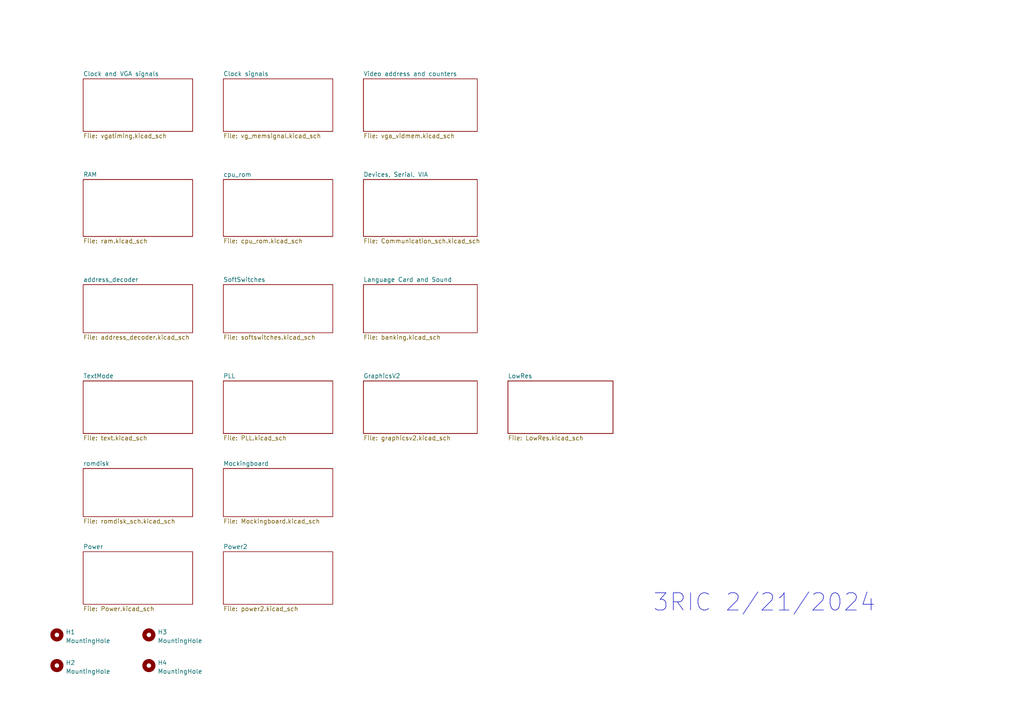
<source format=kicad_sch>
(kicad_sch (version 20211123) (generator eeschema)

  (uuid e63e39d7-6ac0-4ffd-8aa3-1841a4541b55)

  (paper "A4")

  (lib_symbols
    (symbol "Mechanical:MountingHole" (pin_names (offset 1.016)) (in_bom yes) (on_board yes)
      (property "Reference" "H" (id 0) (at 0 5.08 0)
        (effects (font (size 1.27 1.27)))
      )
      (property "Value" "MountingHole" (id 1) (at 0 3.175 0)
        (effects (font (size 1.27 1.27)))
      )
      (property "Footprint" "" (id 2) (at 0 0 0)
        (effects (font (size 1.27 1.27)) hide)
      )
      (property "Datasheet" "~" (id 3) (at 0 0 0)
        (effects (font (size 1.27 1.27)) hide)
      )
      (property "ki_keywords" "mounting hole" (id 4) (at 0 0 0)
        (effects (font (size 1.27 1.27)) hide)
      )
      (property "ki_description" "Mounting Hole without connection" (id 5) (at 0 0 0)
        (effects (font (size 1.27 1.27)) hide)
      )
      (property "ki_fp_filters" "MountingHole*" (id 6) (at 0 0 0)
        (effects (font (size 1.27 1.27)) hide)
      )
      (symbol "MountingHole_0_1"
        (circle (center 0 0) (radius 1.27)
          (stroke (width 1.27) (type default) (color 0 0 0 0))
          (fill (type none))
        )
      )
    )
  )



  (text "3RIC 2/21/2024" (at 189.23 177.8 0)
    (effects (font (size 5 5)) (justify left bottom))
    (uuid 784ee94b-6af7-4e92-a181-fb6b0d37166b)
  )

  (symbol (lib_id "Mechanical:MountingHole") (at 16.51 184.15 0) (unit 1)
    (in_bom yes) (on_board yes) (fields_autoplaced)
    (uuid 158e40de-5de9-48f4-96e8-d18bb660aaba)
    (property "Reference" "H1" (id 0) (at 19.05 183.3153 0)
      (effects (font (size 1.27 1.27)) (justify left))
    )
    (property "Value" "MountingHole" (id 1) (at 19.05 185.8522 0)
      (effects (font (size 1.27 1.27)) (justify left))
    )
    (property "Footprint" "MountingHole:MountingHole_3.2mm_M3" (id 2) (at 16.51 184.15 0)
      (effects (font (size 1.27 1.27)) hide)
    )
    (property "Datasheet" "~" (id 3) (at 16.51 184.15 0)
      (effects (font (size 1.27 1.27)) hide)
    )
  )

  (symbol (lib_id "Mechanical:MountingHole") (at 43.18 193.04 0) (unit 1)
    (in_bom yes) (on_board yes) (fields_autoplaced)
    (uuid 235708f3-af31-4a95-9b75-2f46ee05adff)
    (property "Reference" "H4" (id 0) (at 45.72 192.2053 0)
      (effects (font (size 1.27 1.27)) (justify left))
    )
    (property "Value" "MountingHole" (id 1) (at 45.72 194.7422 0)
      (effects (font (size 1.27 1.27)) (justify left))
    )
    (property "Footprint" "MountingHole:MountingHole_3.2mm_M3" (id 2) (at 43.18 193.04 0)
      (effects (font (size 1.27 1.27)) hide)
    )
    (property "Datasheet" "~" (id 3) (at 43.18 193.04 0)
      (effects (font (size 1.27 1.27)) hide)
    )
  )

  (symbol (lib_id "Mechanical:MountingHole") (at 43.18 184.15 0) (unit 1)
    (in_bom yes) (on_board yes) (fields_autoplaced)
    (uuid cf0ae469-5f8d-406a-b8aa-7ab3f81f4582)
    (property "Reference" "H3" (id 0) (at 45.72 183.3153 0)
      (effects (font (size 1.27 1.27)) (justify left))
    )
    (property "Value" "MountingHole" (id 1) (at 45.72 185.8522 0)
      (effects (font (size 1.27 1.27)) (justify left))
    )
    (property "Footprint" "MountingHole:MountingHole_3.2mm_M3" (id 2) (at 43.18 184.15 0)
      (effects (font (size 1.27 1.27)) hide)
    )
    (property "Datasheet" "~" (id 3) (at 43.18 184.15 0)
      (effects (font (size 1.27 1.27)) hide)
    )
  )

  (symbol (lib_id "Mechanical:MountingHole") (at 16.51 193.04 0) (unit 1)
    (in_bom yes) (on_board yes) (fields_autoplaced)
    (uuid f33e7fa5-771e-4e6e-8eb1-6c31a44db666)
    (property "Reference" "H2" (id 0) (at 19.05 192.2053 0)
      (effects (font (size 1.27 1.27)) (justify left))
    )
    (property "Value" "MountingHole" (id 1) (at 19.05 194.7422 0)
      (effects (font (size 1.27 1.27)) (justify left))
    )
    (property "Footprint" "MountingHole:MountingHole_3.2mm_M3" (id 2) (at 16.51 193.04 0)
      (effects (font (size 1.27 1.27)) hide)
    )
    (property "Datasheet" "~" (id 3) (at 16.51 193.04 0)
      (effects (font (size 1.27 1.27)) hide)
    )
  )

  (sheet (at 24.13 22.86) (size 31.75 15.24) (fields_autoplaced)
    (stroke (width 0.1524) (type solid) (color 0 0 0 0))
    (fill (color 0 0 0 0.0000))
    (uuid 16ecb62b-433c-4b3d-ae08-a168010e2dc7)
    (property "Sheet name" "Clock and VGA signals" (id 0) (at 24.13 22.1484 0)
      (effects (font (size 1.27 1.27)) (justify left bottom))
    )
    (property "Sheet file" "vgatiming.kicad_sch" (id 1) (at 24.13 38.6846 0)
      (effects (font (size 1.27 1.27)) (justify left top))
    )
  )

  (sheet (at 24.13 52.07) (size 31.75 16.51) (fields_autoplaced)
    (stroke (width 0.1524) (type solid) (color 0 0 0 0))
    (fill (color 0 0 0 0.0000))
    (uuid 24a3ac67-b632-4551-8167-d5cda39cc266)
    (property "Sheet name" "RAM" (id 0) (at 24.13 51.3584 0)
      (effects (font (size 1.27 1.27)) (justify left bottom))
    )
    (property "Sheet file" "ram.kicad_sch" (id 1) (at 24.13 69.1646 0)
      (effects (font (size 1.27 1.27)) (justify left top))
    )
  )

  (sheet (at 24.13 135.89) (size 31.75 13.97) (fields_autoplaced)
    (stroke (width 0.1524) (type solid) (color 0 0 0 0))
    (fill (color 0 0 0 0.0000))
    (uuid 290c257d-4d63-492d-a5ad-035c64fcf51c)
    (property "Sheet name" "romdisk" (id 0) (at 24.13 135.1784 0)
      (effects (font (size 1.27 1.27)) (justify left bottom))
    )
    (property "Sheet file" "romdisk_sch.kicad_sch" (id 1) (at 24.13 150.4446 0)
      (effects (font (size 1.27 1.27)) (justify left top))
    )
  )

  (sheet (at 105.41 22.86) (size 33.02 15.24) (fields_autoplaced)
    (stroke (width 0.1524) (type solid) (color 0 0 0 0))
    (fill (color 0 0 0 0.0000))
    (uuid 3a5ec449-df9a-4784-a739-e66dc5cc26a2)
    (property "Sheet name" "Video address and counters" (id 0) (at 105.41 22.1484 0)
      (effects (font (size 1.27 1.27)) (justify left bottom))
    )
    (property "Sheet file" "vga_vidmem.kicad_sch" (id 1) (at 105.41 38.6846 0)
      (effects (font (size 1.27 1.27)) (justify left top))
    )
  )

  (sheet (at 64.77 160.02) (size 31.75 15.24) (fields_autoplaced)
    (stroke (width 0.1524) (type solid) (color 0 0 0 0))
    (fill (color 0 0 0 0.0000))
    (uuid 3d1988b8-66f2-463c-870d-4e35da6e7dd8)
    (property "Sheet name" "Power2" (id 0) (at 64.77 159.3084 0)
      (effects (font (size 1.27 1.27)) (justify left bottom))
    )
    (property "Sheet file" "power2.kicad_sch" (id 1) (at 64.77 175.8446 0)
      (effects (font (size 1.27 1.27)) (justify left top))
    )
  )

  (sheet (at 24.13 160.02) (size 31.75 15.24) (fields_autoplaced)
    (stroke (width 0.1524) (type solid) (color 0 0 0 0))
    (fill (color 0 0 0 0.0000))
    (uuid 764b565a-6190-4617-a6c7-5dd4a5c3617c)
    (property "Sheet name" "Power" (id 0) (at 24.13 159.3084 0)
      (effects (font (size 1.27 1.27)) (justify left bottom))
    )
    (property "Sheet file" "Power.kicad_sch" (id 1) (at 24.13 175.8446 0)
      (effects (font (size 1.27 1.27)) (justify left top))
    )
  )

  (sheet (at 105.41 52.07) (size 33.02 16.51) (fields_autoplaced)
    (stroke (width 0.1524) (type solid) (color 0 0 0 0))
    (fill (color 0 0 0 0.0000))
    (uuid 817a35a7-de63-4412-ae79-57fde5eabc67)
    (property "Sheet name" "Devices, Serial, VIA" (id 0) (at 105.41 51.3584 0)
      (effects (font (size 1.27 1.27)) (justify left bottom))
    )
    (property "Sheet file" "Communication_sch.kicad_sch" (id 1) (at 105.41 69.1646 0)
      (effects (font (size 1.27 1.27)) (justify left top))
    )
  )

  (sheet (at 105.41 110.49) (size 33.02 15.24) (fields_autoplaced)
    (stroke (width 0.1524) (type solid) (color 0 0 0 0))
    (fill (color 0 0 0 0.0000))
    (uuid 896392e0-4074-452d-a014-a15ee50eb391)
    (property "Sheet name" "GraphicsV2" (id 0) (at 105.41 109.7784 0)
      (effects (font (size 1.27 1.27)) (justify left bottom))
    )
    (property "Sheet file" "graphicsv2.kicad_sch" (id 1) (at 105.41 126.3146 0)
      (effects (font (size 1.27 1.27)) (justify left top))
    )
  )

  (sheet (at 64.77 52.07) (size 31.75 16.51) (fields_autoplaced)
    (stroke (width 0.1524) (type solid) (color 0 0 0 0))
    (fill (color 0 0 0 0.0000))
    (uuid 8b246c3b-322e-4fcf-a8df-6ee4f32565fa)
    (property "Sheet name" "cpu_rom" (id 0) (at 64.77 51.3584 0)
      (effects (font (size 1.27 1.27)) (justify left bottom))
    )
    (property "Sheet file" "cpu_rom.kicad_sch" (id 1) (at 64.77 69.1646 0)
      (effects (font (size 1.27 1.27)) (justify left top))
    )
  )

  (sheet (at 147.32 110.49) (size 30.48 15.24) (fields_autoplaced)
    (stroke (width 0.1524) (type solid) (color 0 0 0 0))
    (fill (color 0 0 0 0.0000))
    (uuid 90cce3b8-f6c8-4528-982c-77be2de27ade)
    (property "Sheet name" "LowRes" (id 0) (at 147.32 109.7784 0)
      (effects (font (size 1.27 1.27)) (justify left bottom))
    )
    (property "Sheet file" "LowRes.kicad_sch" (id 1) (at 147.32 126.3146 0)
      (effects (font (size 1.27 1.27)) (justify left top))
    )
  )

  (sheet (at 24.13 110.49) (size 31.75 15.24) (fields_autoplaced)
    (stroke (width 0.1524) (type solid) (color 0 0 0 0))
    (fill (color 0 0 0 0.0000))
    (uuid 9c158148-99b1-450a-8b7f-3c07647c5968)
    (property "Sheet name" "TextMode" (id 0) (at 24.13 109.7784 0)
      (effects (font (size 1.27 1.27)) (justify left bottom))
    )
    (property "Sheet file" "text.kicad_sch" (id 1) (at 24.13 126.3146 0)
      (effects (font (size 1.27 1.27)) (justify left top))
    )
  )

  (sheet (at 64.77 22.86) (size 31.75 15.24) (fields_autoplaced)
    (stroke (width 0.1524) (type solid) (color 0 0 0 0))
    (fill (color 0 0 0 0.0000))
    (uuid b61474be-3832-4b6c-a3a4-928ac814faf5)
    (property "Sheet name" "Clock signals" (id 0) (at 64.77 22.1484 0)
      (effects (font (size 1.27 1.27)) (justify left bottom))
    )
    (property "Sheet file" "vg_memsignal.kicad_sch" (id 1) (at 64.77 38.6846 0)
      (effects (font (size 1.27 1.27)) (justify left top))
    )
  )

  (sheet (at 24.13 82.55) (size 31.75 13.97) (fields_autoplaced)
    (stroke (width 0.1524) (type solid) (color 0 0 0 0))
    (fill (color 0 0 0 0.0000))
    (uuid b718fcb1-8742-4b46-85e8-c35e05bc00ea)
    (property "Sheet name" "address_decoder" (id 0) (at 24.13 81.8384 0)
      (effects (font (size 1.27 1.27)) (justify left bottom))
    )
    (property "Sheet file" "address_decoder.kicad_sch" (id 1) (at 24.13 97.1046 0)
      (effects (font (size 1.27 1.27)) (justify left top))
    )
  )

  (sheet (at 105.41 82.55) (size 33.02 13.97) (fields_autoplaced)
    (stroke (width 0.1524) (type solid) (color 0 0 0 0))
    (fill (color 0 0 0 0.0000))
    (uuid c920751f-edd2-4cd3-a630-9d0b3423e6d7)
    (property "Sheet name" "Language Card and Sound" (id 0) (at 105.41 81.8384 0)
      (effects (font (size 1.27 1.27)) (justify left bottom))
    )
    (property "Sheet file" "banking.kicad_sch" (id 1) (at 105.41 97.1046 0)
      (effects (font (size 1.27 1.27)) (justify left top))
    )
  )

  (sheet (at 64.77 135.89) (size 31.75 13.97) (fields_autoplaced)
    (stroke (width 0.1524) (type solid) (color 0 0 0 0))
    (fill (color 0 0 0 0.0000))
    (uuid daee66e3-1acf-4bf2-888e-d1288a5b77db)
    (property "Sheet name" "Mockingboard" (id 0) (at 64.77 135.1784 0)
      (effects (font (size 1.27 1.27)) (justify left bottom))
    )
    (property "Sheet file" "Mockingboard.kicad_sch" (id 1) (at 64.77 150.4446 0)
      (effects (font (size 1.27 1.27)) (justify left top))
    )
  )

  (sheet (at 64.77 82.55) (size 31.75 13.97) (fields_autoplaced)
    (stroke (width 0.1524) (type solid) (color 0 0 0 0))
    (fill (color 0 0 0 0.0000))
    (uuid eb62d39d-6f37-46b8-9c1d-ed974a0a8b66)
    (property "Sheet name" "SoftSwitches" (id 0) (at 64.77 81.8384 0)
      (effects (font (size 1.27 1.27)) (justify left bottom))
    )
    (property "Sheet file" "softswitches.kicad_sch" (id 1) (at 64.77 97.1046 0)
      (effects (font (size 1.27 1.27)) (justify left top))
    )
  )

  (sheet (at 64.77 110.49) (size 31.75 15.24) (fields_autoplaced)
    (stroke (width 0.1524) (type solid) (color 0 0 0 0))
    (fill (color 0 0 0 0.0000))
    (uuid f1111e82-0abc-4d93-b82c-5bd5a885becb)
    (property "Sheet name" "PLL" (id 0) (at 64.77 109.7784 0)
      (effects (font (size 1.27 1.27)) (justify left bottom))
    )
    (property "Sheet file" "PLL.kicad_sch" (id 1) (at 64.77 126.3146 0)
      (effects (font (size 1.27 1.27)) (justify left top))
    )
  )

  (sheet_instances
    (path "/" (page "1"))
    (path "/16ecb62b-433c-4b3d-ae08-a168010e2dc7" (page "2"))
    (path "/b61474be-3832-4b6c-a3a4-928ac814faf5" (page "3"))
    (path "/3a5ec449-df9a-4784-a739-e66dc5cc26a2" (page "4"))
    (path "/24a3ac67-b632-4551-8167-d5cda39cc266" (page "5"))
    (path "/8b246c3b-322e-4fcf-a8df-6ee4f32565fa" (page "6"))
    (path "/817a35a7-de63-4412-ae79-57fde5eabc67" (page "7"))
    (path "/b718fcb1-8742-4b46-85e8-c35e05bc00ea" (page "8"))
    (path "/eb62d39d-6f37-46b8-9c1d-ed974a0a8b66" (page "9"))
    (path "/c920751f-edd2-4cd3-a630-9d0b3423e6d7" (page "10"))
    (path "/9c158148-99b1-450a-8b7f-3c07647c5968" (page "11"))
    (path "/f1111e82-0abc-4d93-b82c-5bd5a885becb" (page "12"))
    (path "/764b565a-6190-4617-a6c7-5dd4a5c3617c" (page "14"))
    (path "/290c257d-4d63-492d-a5ad-035c64fcf51c" (page "15"))
    (path "/daee66e3-1acf-4bf2-888e-d1288a5b77db" (page "16"))
    (path "/896392e0-4074-452d-a014-a15ee50eb391" (page "17"))
    (path "/3d1988b8-66f2-463c-870d-4e35da6e7dd8" (page "18"))
    (path "/90cce3b8-f6c8-4528-982c-77be2de27ade" (page "18"))
  )

  (symbol_instances
    (path "/764b565a-6190-4617-a6c7-5dd4a5c3617c/226a4932-4bd3-4d3e-8af3-331e4b111269"
      (reference "C18") (unit 1) (value "0.1µF") (footprint "Capacitor_THT:C_Axial_L3.8mm_D2.6mm_P7.50mm_Horizontal")
    )
    (path "/764b565a-6190-4617-a6c7-5dd4a5c3617c/b2cc9a55-bfa2-490d-9152-1126197d6c77"
      (reference "C19") (unit 1) (value "0.1µF") (footprint "Capacitor_THT:C_Axial_L3.8mm_D2.6mm_P7.50mm_Horizontal")
    )
    (path "/764b565a-6190-4617-a6c7-5dd4a5c3617c/0a725fda-6c71-49c2-93e3-ffb52c84e666"
      (reference "C20") (unit 1) (value "0.1µF") (footprint "Capacitor_THT:C_Axial_L3.8mm_D2.6mm_P7.50mm_Horizontal")
    )
    (path "/764b565a-6190-4617-a6c7-5dd4a5c3617c/29ec951d-8b3f-4aa5-8da3-398e1e6a8889"
      (reference "C21") (unit 1) (value "0.1µF") (footprint "Capacitor_THT:C_Axial_L3.8mm_D2.6mm_P7.50mm_Horizontal")
    )
    (path "/764b565a-6190-4617-a6c7-5dd4a5c3617c/02c61f55-28d9-4cae-8788-a761ecd2bc95"
      (reference "C22") (unit 1) (value "0.1µF") (footprint "Capacitor_THT:C_Axial_L3.8mm_D2.6mm_P7.50mm_Horizontal")
    )
    (path "/764b565a-6190-4617-a6c7-5dd4a5c3617c/39c78dd1-16f6-4fdf-9283-ff88510e81ef"
      (reference "C23") (unit 1) (value "0.1µF") (footprint "Capacitor_THT:C_Axial_L3.8mm_D2.6mm_P7.50mm_Horizontal")
    )
    (path "/764b565a-6190-4617-a6c7-5dd4a5c3617c/22b6af12-1c41-4ee9-83dd-68e965ec3579"
      (reference "C24") (unit 1) (value "0.1µF") (footprint "Capacitor_THT:C_Axial_L3.8mm_D2.6mm_P7.50mm_Horizontal")
    )
    (path "/764b565a-6190-4617-a6c7-5dd4a5c3617c/97782137-cf31-40e1-af8d-8bf52ff477cd"
      (reference "C25") (unit 1) (value "0.1µF") (footprint "Capacitor_THT:C_Axial_L3.8mm_D2.6mm_P7.50mm_Horizontal")
    )
    (path "/764b565a-6190-4617-a6c7-5dd4a5c3617c/5dd258b3-5f60-44ef-8a91-2ea9c2da77bc"
      (reference "C26") (unit 1) (value "0.1µF") (footprint "Capacitor_THT:C_Axial_L3.8mm_D2.6mm_P7.50mm_Horizontal")
    )
    (path "/764b565a-6190-4617-a6c7-5dd4a5c3617c/2ce30ba4-6887-4f4f-8216-36aae3bef2cf"
      (reference "C27") (unit 1) (value "0.1µF") (footprint "Capacitor_THT:C_Axial_L3.8mm_D2.6mm_P7.50mm_Horizontal")
    )
    (path "/764b565a-6190-4617-a6c7-5dd4a5c3617c/d7a8d822-74ae-4abc-b04b-2f6ead9c8f4e"
      (reference "C28") (unit 1) (value "0.1µF") (footprint "Capacitor_THT:C_Axial_L3.8mm_D2.6mm_P7.50mm_Horizontal")
    )
    (path "/764b565a-6190-4617-a6c7-5dd4a5c3617c/a9ceed07-7395-40fb-9110-0bfffb5cbbe4"
      (reference "C30") (unit 1) (value "0.1µF") (footprint "Capacitor_THT:C_Axial_L3.8mm_D2.6mm_P7.50mm_Horizontal")
    )
    (path "/764b565a-6190-4617-a6c7-5dd4a5c3617c/2f9f4e71-ded0-4bb8-a6b4-43c7f9d6a6f9"
      (reference "C31") (unit 1) (value "0.1µF") (footprint "Capacitor_THT:C_Axial_L3.8mm_D2.6mm_P7.50mm_Horizontal")
    )
    (path "/764b565a-6190-4617-a6c7-5dd4a5c3617c/8f939cff-07ee-4706-9787-5fc2ffd17dea"
      (reference "C32") (unit 1) (value "0.1µF") (footprint "Capacitor_THT:C_Axial_L3.8mm_D2.6mm_P7.50mm_Horizontal")
    )
    (path "/764b565a-6190-4617-a6c7-5dd4a5c3617c/fdb81a79-55a3-4462-861d-2c6066943886"
      (reference "C33") (unit 1) (value "0.1µF") (footprint "Capacitor_THT:C_Axial_L3.8mm_D2.6mm_P7.50mm_Horizontal")
    )
    (path "/764b565a-6190-4617-a6c7-5dd4a5c3617c/6e84f525-119d-42e8-b531-4d09d71fc795"
      (reference "C34") (unit 1) (value "0.1µF") (footprint "Capacitor_THT:C_Axial_L3.8mm_D2.6mm_P7.50mm_Horizontal")
    )
    (path "/764b565a-6190-4617-a6c7-5dd4a5c3617c/1e0c96f1-4cb0-4ec4-a8da-0efa97d35534"
      (reference "C35") (unit 1) (value "0.1µF") (footprint "Capacitor_THT:C_Axial_L3.8mm_D2.6mm_P7.50mm_Horizontal")
    )
    (path "/764b565a-6190-4617-a6c7-5dd4a5c3617c/0f2ecd22-8cf6-411a-acd1-dc5143c98339"
      (reference "C36") (unit 1) (value "0.1µF") (footprint "Capacitor_THT:C_Axial_L3.8mm_D2.6mm_P7.50mm_Horizontal")
    )
    (path "/764b565a-6190-4617-a6c7-5dd4a5c3617c/3e3e6232-20ab-4d9f-8b9a-24f00b61aa80"
      (reference "C37") (unit 1) (value "0.1µF") (footprint "Capacitor_THT:C_Axial_L3.8mm_D2.6mm_P7.50mm_Horizontal")
    )
    (path "/764b565a-6190-4617-a6c7-5dd4a5c3617c/55dd7a9c-1364-4230-9a96-2bd8623ea9ec"
      (reference "C38") (unit 1) (value "0.1µF") (footprint "Capacitor_THT:C_Axial_L3.8mm_D2.6mm_P7.50mm_Horizontal")
    )
    (path "/764b565a-6190-4617-a6c7-5dd4a5c3617c/6f9e585b-72be-4e22-801a-0fffa305625d"
      (reference "C39") (unit 1) (value "0.1µF") (footprint "Capacitor_THT:C_Axial_L3.8mm_D2.6mm_P7.50mm_Horizontal")
    )
    (path "/764b565a-6190-4617-a6c7-5dd4a5c3617c/ddbf7a42-698a-4e09-8694-cfbf90552f95"
      (reference "C40") (unit 1) (value "0.1µF") (footprint "Capacitor_THT:C_Axial_L3.8mm_D2.6mm_P7.50mm_Horizontal")
    )
    (path "/764b565a-6190-4617-a6c7-5dd4a5c3617c/286c7be9-8fd0-4483-9b0e-097282ec6bb7"
      (reference "C41") (unit 1) (value "0.1µF") (footprint "Capacitor_THT:C_Axial_L3.8mm_D2.6mm_P7.50mm_Horizontal")
    )
    (path "/764b565a-6190-4617-a6c7-5dd4a5c3617c/a6892357-bf5b-419c-9528-e225b71c51eb"
      (reference "C42") (unit 1) (value "0.1µF") (footprint "Capacitor_THT:C_Axial_L3.8mm_D2.6mm_P7.50mm_Horizontal")
    )
    (path "/764b565a-6190-4617-a6c7-5dd4a5c3617c/4abc3c3a-20ae-42ae-815d-48af5fa75a8d"
      (reference "C43") (unit 1) (value "0.1µF") (footprint "Capacitor_THT:C_Axial_L3.8mm_D2.6mm_P7.50mm_Horizontal")
    )
    (path "/764b565a-6190-4617-a6c7-5dd4a5c3617c/077fcf3d-183c-4d3d-b40f-dc382741baaa"
      (reference "C?") (unit 1) (value "0.1µF") (footprint "Capacitor_THT:C_Axial_L3.8mm_D2.6mm_P7.50mm_Horizontal")
    )
    (path "/764b565a-6190-4617-a6c7-5dd4a5c3617c/0caaa944-ba9a-4144-9948-73d8bedb3021"
      (reference "C?") (unit 1) (value "0.1µF") (footprint "Capacitor_THT:C_Axial_L3.8mm_D2.6mm_P7.50mm_Horizontal")
    )
    (path "/764b565a-6190-4617-a6c7-5dd4a5c3617c/2802513d-5176-4ccd-97f7-7248f247d1f0"
      (reference "C?") (unit 1) (value "0.1µ") (footprint "Capacitor_THT:C_Axial_L3.8mm_D2.6mm_P7.50mm_Horizontal")
    )
    (path "/daee66e3-1acf-4bf2-888e-d1288a5b77db/2a981e47-5574-4ad0-95a0-2f8d8761890e"
      (reference "C?") (unit 1) (value "106") (footprint "")
    )
    (path "/764b565a-6190-4617-a6c7-5dd4a5c3617c/35520de3-1835-46c0-9b17-9a0d8016d577"
      (reference "C?") (unit 1) (value "0.1µF") (footprint "Capacitor_THT:C_Axial_L3.8mm_D2.6mm_P7.50mm_Horizontal")
    )
    (path "/764b565a-6190-4617-a6c7-5dd4a5c3617c/3fead38d-46d1-4d06-90ed-e2f5fc086a23"
      (reference "C?") (unit 1) (value "0.1µF") (footprint "Capacitor_THT:C_Axial_L3.8mm_D2.6mm_P7.50mm_Horizontal")
    )
    (path "/764b565a-6190-4617-a6c7-5dd4a5c3617c/4a3a08d6-3f54-42f2-94e5-4712761347d1"
      (reference "C?") (unit 1) (value "0.1µ") (footprint "Capacitor_THT:C_Axial_L3.8mm_D2.6mm_P7.50mm_Horizontal")
    )
    (path "/daee66e3-1acf-4bf2-888e-d1288a5b77db/5c5c7807-1d8a-4fce-b6ac-74b344c0a150"
      (reference "C?") (unit 1) (value "106") (footprint "")
    )
    (path "/764b565a-6190-4617-a6c7-5dd4a5c3617c/717365ec-d346-40fe-a451-553c0d89c88f"
      (reference "C?") (unit 1) (value "0.1µF") (footprint "Capacitor_THT:C_Axial_L3.8mm_D2.6mm_P7.50mm_Horizontal")
    )
    (path "/daee66e3-1acf-4bf2-888e-d1288a5b77db/72432473-81ec-4bd9-8641-c1fdad6cf102"
      (reference "C?") (unit 1) (value "106") (footprint "")
    )
    (path "/764b565a-6190-4617-a6c7-5dd4a5c3617c/74c8c66a-327d-4d10-b11b-c03aa83e23ca"
      (reference "C?") (unit 1) (value "0.1µF") (footprint "Capacitor_THT:C_Axial_L3.8mm_D2.6mm_P7.50mm_Horizontal")
    )
    (path "/764b565a-6190-4617-a6c7-5dd4a5c3617c/77db1729-33b9-4f1e-8d29-20c809e9cb2c"
      (reference "C?") (unit 1) (value "0.1µ") (footprint "Capacitor_THT:C_Axial_L3.8mm_D2.6mm_P7.50mm_Horizontal")
    )
    (path "/764b565a-6190-4617-a6c7-5dd4a5c3617c/785cd5d8-b0fb-49dd-9fd4-23b0f27f3946"
      (reference "C?") (unit 1) (value "0.1µ") (footprint "Capacitor_THT:C_Axial_L3.8mm_D2.6mm_P7.50mm_Horizontal")
    )
    (path "/764b565a-6190-4617-a6c7-5dd4a5c3617c/7ac0f497-af93-42f5-a6aa-36cb92143cba"
      (reference "C?") (unit 1) (value "0.1µ") (footprint "Capacitor_THT:C_Axial_L3.8mm_D2.6mm_P7.50mm_Horizontal")
    )
    (path "/f1111e82-0abc-4d93-b82c-5bd5a885becb/845ad0c2-c65a-40fb-9bef-1dd4650589e7"
      (reference "C?") (unit 1) (value "C106") (footprint "")
    )
    (path "/764b565a-6190-4617-a6c7-5dd4a5c3617c/a2b7025b-8212-4696-b9b1-752bddf56f24"
      (reference "C?") (unit 1) (value "0.1µF") (footprint "Capacitor_THT:C_Axial_L3.8mm_D2.6mm_P7.50mm_Horizontal")
    )
    (path "/764b565a-6190-4617-a6c7-5dd4a5c3617c/bfd241a8-fbf4-40a4-8c63-af060af02ec9"
      (reference "C?") (unit 1) (value "0.1µF") (footprint "Capacitor_THT:C_Axial_L3.8mm_D2.6mm_P7.50mm_Horizontal")
    )
    (path "/764b565a-6190-4617-a6c7-5dd4a5c3617c/d0b7dfb4-b11e-4156-8dd7-ebe77df7ff51"
      (reference "C?") (unit 1) (value "0.1µ") (footprint "Capacitor_THT:C_Axial_L3.8mm_D2.6mm_P7.50mm_Horizontal")
    )
    (path "/764b565a-6190-4617-a6c7-5dd4a5c3617c/ece147b6-4b90-4977-ac8d-2433c2dcf362"
      (reference "C?") (unit 1) (value "0.1µF") (footprint "Capacitor_THT:C_Axial_L3.8mm_D2.6mm_P7.50mm_Horizontal")
    )
    (path "/764b565a-6190-4617-a6c7-5dd4a5c3617c/ed6d254b-55fd-4db4-aaa2-82843bd89656"
      (reference "C?") (unit 1) (value "0.1µF") (footprint "Capacitor_THT:C_Axial_L3.8mm_D2.6mm_P7.50mm_Horizontal")
    )
    (path "/daee66e3-1acf-4bf2-888e-d1288a5b77db/ee23f1f1-d5eb-440e-8305-f6b67eb68a61"
      (reference "C?") (unit 1) (value "106") (footprint "")
    )
    (path "/764b565a-6190-4617-a6c7-5dd4a5c3617c/f5e1dc05-d7ce-4efc-885f-948b29defa81"
      (reference "C?") (unit 1) (value "0.1µF") (footprint "Capacitor_THT:C_Axial_L3.8mm_D2.6mm_P7.50mm_Horizontal")
    )
    (path "/f1111e82-0abc-4d93-b82c-5bd5a885becb/fa488d2c-0bd2-46a6-9f55-79625a2230c5"
      (reference "C?") (unit 1) (value "C30") (footprint "")
    )
    (path "/daee66e3-1acf-4bf2-888e-d1288a5b77db/f22c2fad-5593-455d-9c04-6e03f32071a4"
      (reference "CON?") (unit 1) (value "SJ-3523-SMT-TR") (footprint "digikey-footprints:Switch_Slide_11.6x4mm_SJ-3523-SMT")
    )
    (path "/764b565a-6190-4617-a6c7-5dd4a5c3617c/bd6d7d73-3a61-4657-8554-832799f340df"
      (reference "C_RESET_?") (unit 1) (value "0.1µF") (footprint "Capacitor_THT:C_Axial_L3.8mm_D2.6mm_P7.50mm_Horizontal")
    )
    (path "/290c257d-4d63-492d-a5ad-035c64fcf51c/bc940fbb-9e09-4d4e-b8fa-86f4bce05e7f"
      (reference "D1") (unit 1) (value "LED") (footprint "LED_THT:LED_D3.0mm")
    )
    (path "/290c257d-4d63-492d-a5ad-035c64fcf51c/48f56e85-0f04-4c89-a8c2-80c452f2428b"
      (reference "D2") (unit 1) (value "LED") (footprint "LED_THT:LED_D3.0mm")
    )
    (path "/290c257d-4d63-492d-a5ad-035c64fcf51c/2d770a03-2374-4d9c-b946-f1ff3a16caed"
      (reference "D3") (unit 1) (value "LED") (footprint "LED_THT:LED_D3.0mm")
    )
    (path "/290c257d-4d63-492d-a5ad-035c64fcf51c/03f12297-1c0b-4e58-9edc-c822b432d87e"
      (reference "D4") (unit 1) (value "LED") (footprint "LED_THT:LED_D3.0mm")
    )
    (path "/290c257d-4d63-492d-a5ad-035c64fcf51c/6845ec1d-9264-4a63-88ba-0b848c0511e2"
      (reference "D5") (unit 1) (value "LED") (footprint "LED_THT:LED_D3.0mm")
    )
    (path "/290c257d-4d63-492d-a5ad-035c64fcf51c/1be3ffbb-87a7-47e2-add7-3471b125dc29"
      (reference "D6") (unit 1) (value "LED") (footprint "LED_THT:LED_D3.0mm")
    )
    (path "/290c257d-4d63-492d-a5ad-035c64fcf51c/094d2d36-0510-4470-9012-46d8ba2a6acc"
      (reference "D7") (unit 1) (value "LED") (footprint "LED_THT:LED_D3.0mm")
    )
    (path "/290c257d-4d63-492d-a5ad-035c64fcf51c/95ab63ec-27ed-49f9-a93f-a05d47749bbb"
      (reference "D8") (unit 1) (value "LED") (footprint "LED_THT:LED_D3.0mm")
    )
    (path "/290c257d-4d63-492d-a5ad-035c64fcf51c/23fe258a-157a-4637-aaf2-00db1196d12d"
      (reference "D9") (unit 1) (value "LED") (footprint "LED_THT:LED_D3.0mm")
    )
    (path "/290c257d-4d63-492d-a5ad-035c64fcf51c/41119d00-d8d6-4df4-908e-51768b21d428"
      (reference "D10") (unit 1) (value "LED") (footprint "LED_THT:LED_D3.0mm")
    )
    (path "/290c257d-4d63-492d-a5ad-035c64fcf51c/bcf1d2b7-4399-41d2-b1c6-dc24e4b5d027"
      (reference "D11") (unit 1) (value "LED") (footprint "LED_THT:LED_D3.0mm")
    )
    (path "/290c257d-4d63-492d-a5ad-035c64fcf51c/1793c263-a93c-4d51-a57b-6efd219a7201"
      (reference "D12") (unit 1) (value "LED") (footprint "LED_THT:LED_D3.0mm")
    )
    (path "/290c257d-4d63-492d-a5ad-035c64fcf51c/e95c4d83-9345-4517-b348-b610fb29be93"
      (reference "D13") (unit 1) (value "LED") (footprint "LED_THT:LED_D3.0mm")
    )
    (path "/290c257d-4d63-492d-a5ad-035c64fcf51c/2d3b46ba-5639-466a-b24b-6efb96ed2881"
      (reference "D14") (unit 1) (value "LED") (footprint "LED_THT:LED_D3.0mm")
    )
    (path "/290c257d-4d63-492d-a5ad-035c64fcf51c/fae469cb-441a-4d7c-9816-7729192b94fd"
      (reference "D15") (unit 1) (value "LED") (footprint "LED_THT:LED_D3.0mm")
    )
    (path "/290c257d-4d63-492d-a5ad-035c64fcf51c/9516f9e4-ee78-4fa3-9b6b-75d4e7da2eaa"
      (reference "D16") (unit 1) (value "LED") (footprint "LED_THT:LED_D3.0mm")
    )
    (path "/290c257d-4d63-492d-a5ad-035c64fcf51c/79c718ad-450a-479a-8c6d-728748352223"
      (reference "D17") (unit 1) (value "LED") (footprint "LED_THT:LED_D3.0mm")
    )
    (path "/290c257d-4d63-492d-a5ad-035c64fcf51c/3b517730-4008-458e-b293-953fe9203e85"
      (reference "D18") (unit 1) (value "LED") (footprint "LED_THT:LED_D3.0mm")
    )
    (path "/290c257d-4d63-492d-a5ad-035c64fcf51c/c74acd29-93d0-44ee-9ba5-9a435afca9d1"
      (reference "D19") (unit 1) (value "LED") (footprint "LED_THT:LED_D3.0mm")
    )
    (path "/764b565a-6190-4617-a6c7-5dd4a5c3617c/02577152-d470-4e7c-9173-1044553ffdca"
      (reference "D?") (unit 1) (value "LED") (footprint "LED_THT:LED_D5.0mm")
    )
    (path "/290c257d-4d63-492d-a5ad-035c64fcf51c/69571092-f342-407a-b411-590347544628"
      (reference "DGFXPAGE1") (unit 1) (value "LED") (footprint "LED_THT:LED_D3.0mm")
    )
    (path "/290c257d-4d63-492d-a5ad-035c64fcf51c/f3be5c4d-438d-426f-af8b-3ff2e2b113db"
      (reference "DTEXTMODE1") (unit 1) (value "LED") (footprint "LED_THT:LED_D3.0mm")
    )
    (path "/158e40de-5de9-48f4-96e8-d18bb660aaba"
      (reference "H1") (unit 1) (value "MountingHole") (footprint "MountingHole:MountingHole_3.2mm_M3")
    )
    (path "/f33e7fa5-771e-4e6e-8eb1-6c31a44db666"
      (reference "H2") (unit 1) (value "MountingHole") (footprint "MountingHole:MountingHole_3.2mm_M3")
    )
    (path "/cf0ae469-5f8d-406a-b8aa-7ab3f81f4582"
      (reference "H3") (unit 1) (value "MountingHole") (footprint "MountingHole:MountingHole_3.2mm_M3")
    )
    (path "/235708f3-af31-4a95-9b75-2f46ee05adff"
      (reference "H4") (unit 1) (value "MountingHole") (footprint "MountingHole:MountingHole_3.2mm_M3")
    )
    (path "/817a35a7-de63-4412-ae79-57fde5eabc67/0a227e20-deae-4699-ac6a-771024f811a9"
      (reference "J3") (unit 1) (value "PS/2 keyboard") (footprint "PS2_mini_din_6:MINI-DIN-6-FULL-SHIELD")
    )
    (path "/817a35a7-de63-4412-ae79-57fde5eabc67/0bf471fb-401d-4f89-a4ae-577ff8a6729f"
      (reference "J4") (unit 1) (value "Micro_SD_Card") (footprint "badger6502pico:microSD_Amazon2")
    )
    (path "/764b565a-6190-4617-a6c7-5dd4a5c3617c/20c7cf8b-ffe1-418a-a796-a8e3363fc43d"
      (reference "J?") (unit 1) (value "USB_B_Micro") (footprint "Connector_USB:USB_Micro-B_Molex-105017-0001")
    )
    (path "/817a35a7-de63-4412-ae79-57fde5eabc67/9c9e84cd-cf70-4aac-926d-ef7ef35885b4"
      (reference "J?") (unit 1) (value "Conn_02x03_Odd_Even") (footprint "Connector_PinHeader_2.54mm:PinHeader_2x03_P2.54mm_Vertical")
    )
    (path "/817a35a7-de63-4412-ae79-57fde5eabc67/4f9470d2-e211-4a44-a5a8-ceca996e499e"
      (reference "JDEVICES?") (unit 1) (value "Conn_02x20_Top_Bottom") (footprint "Connector_IDC:IDC-Header_2x20_P2.54mm_Vertical")
    )
    (path "/817a35a7-de63-4412-ae79-57fde5eabc67/95b827d8-604d-4830-9089-9865ad8987b4"
      (reference "JVIAS1") (unit 1) (value "Conn_02x20_Top_Bottom") (footprint "Connector_IDC:IDC-Header_2x20_P2.54mm_Vertical")
    )
    (path "/896392e0-4074-452d-a014-a15ee50eb391/0e5ba606-29f1-415d-b782-15075e12dae2"
      (reference "J_VGA?") (unit 1) (value "DB15_Female_HighDensity") (footprint "Connector_Dsub:DSUB-15-HD_Female_Horizontal_P2.29x1.98mm_EdgePinOffset8.35mm_Housed_MountingHolesOffset10.89mm")
    )
    (path "/c920751f-edd2-4cd3-a630-9d0b3423e6d7/23f222f0-7ca2-401c-bf5e-6d39fdecd89a"
      (reference "LS?") (unit 1) (value "Speaker") (footprint "")
    )
    (path "/290c257d-4d63-492d-a5ad-035c64fcf51c/1d1a478e-f9cf-44e0-ace1-59fe272f42a1"
      (reference "R7") (unit 1) (value "220") (footprint "Resistor_THT:R_Axial_DIN0207_L6.3mm_D2.5mm_P7.62mm_Horizontal")
    )
    (path "/290c257d-4d63-492d-a5ad-035c64fcf51c/ec21938e-2bd9-4d88-9220-df8ba664a36c"
      (reference "R8") (unit 1) (value "220") (footprint "Resistor_THT:R_Axial_DIN0207_L6.3mm_D2.5mm_P7.62mm_Horizontal")
    )
    (path "/290c257d-4d63-492d-a5ad-035c64fcf51c/2cd7e699-293e-415a-ae71-8f313c2e49b1"
      (reference "R9") (unit 1) (value "220") (footprint "Resistor_THT:R_Axial_DIN0207_L6.3mm_D2.5mm_P7.62mm_Horizontal")
    )
    (path "/290c257d-4d63-492d-a5ad-035c64fcf51c/fa0b8d95-f4f3-4c0a-9439-75da8e7e3314"
      (reference "R10") (unit 1) (value "220") (footprint "Resistor_THT:R_Axial_DIN0207_L6.3mm_D2.5mm_P7.62mm_Horizontal")
    )
    (path "/290c257d-4d63-492d-a5ad-035c64fcf51c/ed9f4868-4da3-4569-8ef8-0ce9878bd39c"
      (reference "R11") (unit 1) (value "220") (footprint "Resistor_THT:R_Axial_DIN0207_L6.3mm_D2.5mm_P7.62mm_Horizontal")
    )
    (path "/290c257d-4d63-492d-a5ad-035c64fcf51c/2fc29812-9bed-4f33-9f08-439af91d34a0"
      (reference "R12") (unit 1) (value "220") (footprint "Resistor_THT:R_Axial_DIN0207_L6.3mm_D2.5mm_P7.62mm_Horizontal")
    )
    (path "/290c257d-4d63-492d-a5ad-035c64fcf51c/83303d44-4c5d-4c55-8962-2010108b9a7a"
      (reference "R13") (unit 1) (value "220") (footprint "Resistor_THT:R_Axial_DIN0207_L6.3mm_D2.5mm_P7.62mm_Horizontal")
    )
    (path "/290c257d-4d63-492d-a5ad-035c64fcf51c/d2786182-1cc4-44d5-845f-2a2a0dd3e8a7"
      (reference "R14") (unit 1) (value "220") (footprint "Resistor_THT:R_Axial_DIN0207_L6.3mm_D2.5mm_P7.62mm_Horizontal")
    )
    (path "/290c257d-4d63-492d-a5ad-035c64fcf51c/ce89ff20-7b80-4718-a6e2-a6f0ec146d29"
      (reference "R15") (unit 1) (value "220") (footprint "Resistor_THT:R_Axial_DIN0207_L6.3mm_D2.5mm_P7.62mm_Horizontal")
    )
    (path "/290c257d-4d63-492d-a5ad-035c64fcf51c/94569b04-da82-4d54-ad65-519a6f28dfa1"
      (reference "R16") (unit 1) (value "220") (footprint "Resistor_THT:R_Axial_DIN0207_L6.3mm_D2.5mm_P7.62mm_Horizontal")
    )
    (path "/290c257d-4d63-492d-a5ad-035c64fcf51c/f16db022-214d-4dab-b942-a43dcdad5f4d"
      (reference "R17") (unit 1) (value "220") (footprint "Resistor_THT:R_Axial_DIN0207_L6.3mm_D2.5mm_P7.62mm_Horizontal")
    )
    (path "/290c257d-4d63-492d-a5ad-035c64fcf51c/3b11f652-a5da-41d5-bf11-d972ffa02916"
      (reference "R18") (unit 1) (value "220") (footprint "Resistor_THT:R_Axial_DIN0207_L6.3mm_D2.5mm_P7.62mm_Horizontal")
    )
    (path "/290c257d-4d63-492d-a5ad-035c64fcf51c/0a051605-9ae3-407f-9701-429a81edd195"
      (reference "R19") (unit 1) (value "220") (footprint "Resistor_THT:R_Axial_DIN0207_L6.3mm_D2.5mm_P7.62mm_Horizontal")
    )
    (path "/290c257d-4d63-492d-a5ad-035c64fcf51c/793a60af-062d-4024-8d04-24bb4dfa8b96"
      (reference "R20") (unit 1) (value "220") (footprint "Resistor_THT:R_Axial_DIN0207_L6.3mm_D2.5mm_P7.62mm_Horizontal")
    )
    (path "/290c257d-4d63-492d-a5ad-035c64fcf51c/205704ad-2775-479c-97bc-c77742e3a20d"
      (reference "R21") (unit 1) (value "220") (footprint "Resistor_THT:R_Axial_DIN0207_L6.3mm_D2.5mm_P7.62mm_Horizontal")
    )
    (path "/290c257d-4d63-492d-a5ad-035c64fcf51c/50cfb418-a60a-4f1b-b28e-5aebe6914f2a"
      (reference "R22") (unit 1) (value "220") (footprint "Resistor_THT:R_Axial_DIN0207_L6.3mm_D2.5mm_P7.62mm_Horizontal")
    )
    (path "/290c257d-4d63-492d-a5ad-035c64fcf51c/6ca2e6df-50a8-455b-9b53-74f04864694b"
      (reference "R23") (unit 1) (value "220") (footprint "Resistor_THT:R_Axial_DIN0207_L6.3mm_D2.5mm_P7.62mm_Horizontal")
    )
    (path "/290c257d-4d63-492d-a5ad-035c64fcf51c/f0e2aecf-11c3-4341-9765-1780758e7d56"
      (reference "R24") (unit 1) (value "220") (footprint "Resistor_THT:R_Axial_DIN0207_L6.3mm_D2.5mm_P7.62mm_Horizontal")
    )
    (path "/290c257d-4d63-492d-a5ad-035c64fcf51c/070d52a8-b908-491c-9c04-9ac329206545"
      (reference "R25") (unit 1) (value "220") (footprint "Resistor_THT:R_Axial_DIN0207_L6.3mm_D2.5mm_P7.62mm_Horizontal")
    )
    (path "/290c257d-4d63-492d-a5ad-035c64fcf51c/f4bac083-1710-4029-b6e6-d89dfabef738"
      (reference "R26") (unit 1) (value "220") (footprint "Resistor_THT:R_Axial_DIN0207_L6.3mm_D2.5mm_P7.62mm_Horizontal")
    )
    (path "/290c257d-4d63-492d-a5ad-035c64fcf51c/45d9bd8c-83e8-4963-b84f-7965ecd1326f"
      (reference "R27") (unit 1) (value "220") (footprint "Resistor_THT:R_Axial_DIN0207_L6.3mm_D2.5mm_P7.62mm_Horizontal")
    )
    (path "/8b246c3b-322e-4fcf-a8df-6ee4f32565fa/00fead78-ab97-4d00-b653-286a285aff1c"
      (reference "R?") (unit 1) (value "1K") (footprint "Resistor_THT:R_Axial_DIN0207_L6.3mm_D2.5mm_P7.62mm_Horizontal")
    )
    (path "/daee66e3-1acf-4bf2-888e-d1288a5b77db/0d3236cd-80d3-489b-a944-23cf8e3c7906"
      (reference "R?") (unit 1) (value "1K8") (footprint "")
    )
    (path "/896392e0-4074-452d-a014-a15ee50eb391/2b671a5b-c639-4d97-8fe9-ebf349c6496c"
      (reference "R?") (unit 1) (value "R") (footprint "")
    )
    (path "/f1111e82-0abc-4d93-b82c-5bd5a885becb/2da03b11-b3a6-42b1-8272-e0b745c9f0c2"
      (reference "R?") (unit 1) (value "R680K") (footprint "")
    )
    (path "/8b246c3b-322e-4fcf-a8df-6ee4f32565fa/34fbeb3f-3b04-4488-bc55-c55f76c5f22d"
      (reference "R?") (unit 1) (value "1K") (footprint "Resistor_THT:R_Axial_DIN0207_L6.3mm_D2.5mm_P7.62mm_Horizontal")
    )
    (path "/8b246c3b-322e-4fcf-a8df-6ee4f32565fa/3be2b06e-beb4-4043-9b4f-81831a305aac"
      (reference "R?") (unit 1) (value "1K") (footprint "Resistor_THT:R_Axial_DIN0207_L6.3mm_D2.5mm_P7.62mm_Horizontal")
    )
    (path "/f1111e82-0abc-4d93-b82c-5bd5a885becb/5a8a9608-1021-4a05-8d09-600ba9c0f7d4"
      (reference "R?") (unit 1) (value "R430") (footprint "")
    )
    (path "/896392e0-4074-452d-a014-a15ee50eb391/7078bda5-3fd1-448a-866f-0a2c480eabad"
      (reference "R?") (unit 1) (value "~") (footprint "")
    )
    (path "/8b246c3b-322e-4fcf-a8df-6ee4f32565fa/87cc4566-9352-43fa-bd4b-53be0085a6f3"
      (reference "R?") (unit 1) (value "1K") (footprint "Resistor_THT:R_Axial_DIN0207_L6.3mm_D2.5mm_P7.62mm_Horizontal")
    )
    (path "/896392e0-4074-452d-a014-a15ee50eb391/8df9c9bb-5a8d-445a-9af8-4312785e1d01"
      (reference "R?") (unit 1) (value "~") (footprint "")
    )
    (path "/896392e0-4074-452d-a014-a15ee50eb391/9cdfd29f-704e-4e22-ab5e-4bf3a03b3bc3"
      (reference "R?") (unit 1) (value "R") (footprint "")
    )
    (path "/8b246c3b-322e-4fcf-a8df-6ee4f32565fa/a024cd9a-eff2-4069-8159-752f5bea1790"
      (reference "R?") (unit 1) (value "1K") (footprint "Resistor_THT:R_Axial_DIN0207_L6.3mm_D2.5mm_P7.62mm_Horizontal")
    )
    (path "/f1111e82-0abc-4d93-b82c-5bd5a885becb/a8540150-a879-4fb7-941b-d00671e4e08c"
      (reference "R?") (unit 1) (value "R10K") (footprint "")
    )
    (path "/8b246c3b-322e-4fcf-a8df-6ee4f32565fa/af4ecb38-665f-408d-8e85-fb0847371857"
      (reference "R?") (unit 1) (value "1K") (footprint "Resistor_THT:R_Axial_DIN0207_L6.3mm_D2.5mm_P7.62mm_Horizontal")
    )
    (path "/8b246c3b-322e-4fcf-a8df-6ee4f32565fa/c9614d4a-cf35-4d15-9668-bef8f4c09477"
      (reference "R?") (unit 1) (value "1K") (footprint "Resistor_THT:R_Axial_DIN0207_L6.3mm_D2.5mm_P7.62mm_Horizontal")
    )
    (path "/896392e0-4074-452d-a014-a15ee50eb391/cf371cb1-94f6-4c7c-bbb6-e2ad8d3f3689"
      (reference "R?") (unit 1) (value "R") (footprint "")
    )
    (path "/896392e0-4074-452d-a014-a15ee50eb391/dd2ba176-214e-43d9-881c-eafa49ade052"
      (reference "R?") (unit 1) (value "R") (footprint "")
    )
    (path "/daee66e3-1acf-4bf2-888e-d1288a5b77db/de1c4874-d3fd-4a38-b041-6a8d821f9cb3"
      (reference "R?") (unit 1) (value "1K8") (footprint "")
    )
    (path "/8b246c3b-322e-4fcf-a8df-6ee4f32565fa/e1834432-3aec-4b2d-ada1-833081541dba"
      (reference "R?") (unit 1) (value "1K") (footprint "Resistor_THT:R_Axial_DIN0207_L6.3mm_D2.5mm_P7.62mm_Horizontal")
    )
    (path "/8b246c3b-322e-4fcf-a8df-6ee4f32565fa/e9cf8404-2122-4880-86b5-769fe6a91bb9"
      (reference "R?") (unit 1) (value "1K") (footprint "Resistor_THT:R_Axial_DIN0207_L6.3mm_D2.5mm_P7.62mm_Horizontal")
    )
    (path "/817a35a7-de63-4412-ae79-57fde5eabc67/f56c38c1-81b7-4048-8b5d-529ee4749171"
      (reference "RKB1") (unit 1) (value "R") (footprint "Resistor_THT:R_Axial_DIN0207_L6.3mm_D2.5mm_P7.62mm_Horizontal")
    )
    (path "/817a35a7-de63-4412-ae79-57fde5eabc67/f51b26b6-3547-4898-ae77-edd3f764f5af"
      (reference "RKB2") (unit 1) (value "R") (footprint "Resistor_THT:R_Axial_DIN0207_L6.3mm_D2.5mm_P7.62mm_Horizontal")
    )
    (path "/764b565a-6190-4617-a6c7-5dd4a5c3617c/c4885c16-dcf2-43d5-b4b0-1992c66f82ba"
      (reference "R_POWER?") (unit 1) (value "330") (footprint "Resistor_THT:R_Axial_DIN0207_L6.3mm_D2.5mm_P7.62mm_Horizontal")
    )
    (path "/764b565a-6190-4617-a6c7-5dd4a5c3617c/39d171fd-c49f-486f-a560-c07c8aa8fe48"
      (reference "R_RESET_?") (unit 1) (value "1K") (footprint "Resistor_THT:R_Axial_DIN0207_L6.3mm_D2.5mm_P7.62mm_Horizontal")
    )
    (path "/764b565a-6190-4617-a6c7-5dd4a5c3617c/fb10e23e-3e93-4ac8-9dc7-bc0153a30b06"
      (reference "SW?") (unit 1) (value "SW_Push") (footprint "Button_Switch_THT:SW_PUSH_6mm")
    )
    (path "/f1111e82-0abc-4d93-b82c-5bd5a885becb/0166dfdf-3578-4387-8914-f383943aa264"
      (reference "U?") (unit 1) (value "74LS161") (footprint "")
    )
    (path "/eb62d39d-6f37-46b8-9c1d-ed974a0a8b66/096835e3-f2d4-4dd3-8d69-848e268938fe"
      (reference "U?") (unit 1) (value "74LS32") (footprint "")
    )
    (path "/764b565a-6190-4617-a6c7-5dd4a5c3617c/0cc1f052-20a9-4e11-938a-be7653f71202"
      (reference "U?") (unit 1) (value "AP1117-33") (footprint "Package_TO_SOT_SMD:SOT-223-3_TabPin2")
    )
    (path "/b718fcb1-8742-4b46-85e8-c35e05bc00ea/11ae78f7-70d9-4675-b8b0-682f5f8e14be"
      (reference "U?") (unit 1) (value "74LS32") (footprint "")
    )
    (path "/896392e0-4074-452d-a014-a15ee50eb391/135f5c4e-5ab4-485e-baa3-cfebbb228d46"
      (reference "U?") (unit 1) (value "74LS32") (footprint "")
    )
    (path "/eb62d39d-6f37-46b8-9c1d-ed974a0a8b66/14fc2305-fea3-47d6-9a37-84bcd115322e"
      (reference "U?") (unit 1) (value "74LS32") (footprint "")
    )
    (path "/896392e0-4074-452d-a014-a15ee50eb391/2559fa54-0729-47d9-97a9-85c4d258823d"
      (reference "U?") (unit 1) (value "74LS86") (footprint "")
    )
    (path "/896392e0-4074-452d-a014-a15ee50eb391/27dc8f51-50bb-4944-8fc8-42b7abf1e3f0"
      (reference "U?") (unit 1) (value "~") (footprint "")
    )
    (path "/daee66e3-1acf-4bf2-888e-d1288a5b77db/2a0680b5-f6ec-4ae6-8e03-79c6c245fb08"
      (reference "U?") (unit 1) (value "AY-3-8910") (footprint "")
    )
    (path "/eb62d39d-6f37-46b8-9c1d-ed974a0a8b66/2ab096f1-5e2e-4948-88f7-ee80da352ce9"
      (reference "U?") (unit 1) (value "74LS00") (footprint "")
    )
    (path "/b718fcb1-8742-4b46-85e8-c35e05bc00ea/312cc047-4bc9-44d8-b2b3-bf3a3e17a3ee"
      (reference "U?") (unit 1) (value "74LS08") (footprint "")
    )
    (path "/eb62d39d-6f37-46b8-9c1d-ed974a0a8b66/36bf2b67-6c66-4f57-9dcc-180452d3e2dc"
      (reference "U?") (unit 1) (value "74LS32") (footprint "")
    )
    (path "/eb62d39d-6f37-46b8-9c1d-ed974a0a8b66/37fac2bf-8e29-440e-be1d-079f1013b053"
      (reference "U?") (unit 1) (value "74LS32") (footprint "")
    )
    (path "/c920751f-edd2-4cd3-a630-9d0b3423e6d7/3b8cbb7e-b4d0-490d-b39f-ce41a948d3a1"
      (reference "U?") (unit 1) (value "74LS112") (footprint "")
    )
    (path "/b718fcb1-8742-4b46-85e8-c35e05bc00ea/3beb65d7-d14a-4429-9072-b504932bdb50"
      (reference "U?") (unit 1) (value "74LS00") (footprint "")
    )
    (path "/c920751f-edd2-4cd3-a630-9d0b3423e6d7/3ff0b014-eb8e-40ec-b008-2b07ad4da944"
      (reference "U?") (unit 1) (value "74LS32") (footprint "")
    )
    (path "/b718fcb1-8742-4b46-85e8-c35e05bc00ea/49793613-861d-4210-8f19-013b54cb049c"
      (reference "U?") (unit 1) (value "74LS08") (footprint "")
    )
    (path "/eb62d39d-6f37-46b8-9c1d-ed974a0a8b66/4d32a930-c99d-4926-8487-4ae881cc212d"
      (reference "U?") (unit 1) (value "74LS00") (footprint "")
    )
    (path "/8b246c3b-322e-4fcf-a8df-6ee4f32565fa/4e810672-5695-4692-b44a-a831bcd0d5aa"
      (reference "U?") (unit 1) (value "74LS11") (footprint "")
    )
    (path "/8b246c3b-322e-4fcf-a8df-6ee4f32565fa/51d5bebf-46f5-45fc-966b-56d332c25efb"
      (reference "U?") (unit 1) (value "6502-library_65C02S-2") (footprint "Package_DIP:DIP-40_W15.24mm_Socket")
    )
    (path "/c920751f-edd2-4cd3-a630-9d0b3423e6d7/596ec4b0-6c61-4d9f-90c3-662cddadbbc9"
      (reference "U?") (unit 1) (value "74LS00") (footprint "")
    )
    (path "/896392e0-4074-452d-a014-a15ee50eb391/5b210e83-1503-4893-970e-fa5d49bc51f2"
      (reference "U?") (unit 1) (value "74LS08") (footprint "")
    )
    (path "/16ecb62b-433c-4b3d-ae08-a168010e2dc7/612dcc91-5494-4162-89fd-e738307267ed"
      (reference "U?") (unit 1) (value "74LS574") (footprint "Package_DIP:DIP-20_W7.62mm_Socket")
    )
    (path "/896392e0-4074-452d-a014-a15ee50eb391/62bed134-6f18-4836-9159-d664b8787e08"
      (reference "U?") (unit 1) (value "74LS32") (footprint "")
    )
    (path "/8b246c3b-322e-4fcf-a8df-6ee4f32565fa/652f585f-47ee-41c6-ab3b-3d465e819d2b"
      (reference "U?") (unit 1) (value "74LS154") (footprint "Package_DIP:DIP-24_W15.24mm_Socket")
    )
    (path "/896392e0-4074-452d-a014-a15ee50eb391/7a28471a-1dfd-424e-84e5-33f90d41c364"
      (reference "U?") (unit 1) (value "74LS08") (footprint "")
    )
    (path "/24a3ac67-b632-4551-8167-d5cda39cc266/80d432af-2115-453b-ab35-7963a3c4aaa0"
      (reference "U?") (unit 1) (value "EB6502_isc61c1024-15n") (footprint "Package_DIP:DIP-32_W7.62mm")
    )
    (path "/896392e0-4074-452d-a014-a15ee50eb391/87c4eb6f-4606-4e3a-a1bb-c1276e57243a"
      (reference "U?") (unit 1) (value "74LS08") (footprint "")
    )
    (path "/daee66e3-1acf-4bf2-888e-d1288a5b77db/8d54c956-7152-4c23-b89e-250755b71d20"
      (reference "U?") (unit 1) (value "AY-3-8910") (footprint "")
    )
    (path "/b718fcb1-8742-4b46-85e8-c35e05bc00ea/8ef4aef4-82c8-46b7-8264-59e58cdcb46f"
      (reference "U?") (unit 1) (value "74LS08") (footprint "")
    )
    (path "/b718fcb1-8742-4b46-85e8-c35e05bc00ea/908a6f7f-98b4-4520-8d1a-0e55a6bdc3e7"
      (reference "U?") (unit 1) (value "74LS00") (footprint "")
    )
    (path "/b718fcb1-8742-4b46-85e8-c35e05bc00ea/9d97cc1c-ac66-46df-9167-a1e843806126"
      (reference "U?") (unit 1) (value "74LS32") (footprint "")
    )
    (path "/eb62d39d-6f37-46b8-9c1d-ed974a0a8b66/9dd09830-5dec-4fb5-84e4-199649b83de1"
      (reference "U?") (unit 1) (value "74LS32") (footprint "")
    )
    (path "/eb62d39d-6f37-46b8-9c1d-ed974a0a8b66/9f9f4194-805c-4bf1-bcff-426e2b2b3a42"
      (reference "U?") (unit 1) (value "74LS32") (footprint "")
    )
    (path "/daee66e3-1acf-4bf2-888e-d1288a5b77db/a0a14448-352e-459e-a6c8-999b9f0eaf63"
      (reference "U?") (unit 1) (value "74HC14") (footprint "")
    )
    (path "/817a35a7-de63-4412-ae79-57fde5eabc67/a2fb9939-5074-47b6-a3d8-5ee482f6fc93"
      (reference "U?") (unit 1) (value "~") (footprint "")
    )
    (path "/b718fcb1-8742-4b46-85e8-c35e05bc00ea/a93aad17-a81f-4879-ab55-31a02e6dfbb3"
      (reference "U?") (unit 1) (value "74LS04") (footprint "")
    )
    (path "/eb62d39d-6f37-46b8-9c1d-ed974a0a8b66/ab46fa61-f7a2-4718-8fb0-5e02bf036e6e"
      (reference "U?") (unit 1) (value "74LS154") (footprint "")
    )
    (path "/f1111e82-0abc-4d93-b82c-5bd5a885becb/b1480819-890e-4a95-80c8-f35623be8ee9"
      (reference "U?") (unit 1) (value "4046") (footprint "")
    )
    (path "/eb62d39d-6f37-46b8-9c1d-ed974a0a8b66/b4e8e901-36c6-4af7-ad9f-cb5cccdf4533"
      (reference "U?") (unit 1) (value "74LS32") (footprint "")
    )
    (path "/eb62d39d-6f37-46b8-9c1d-ed974a0a8b66/b4feef02-3218-4db4-b225-9145c738455b"
      (reference "U?") (unit 1) (value "74LS154") (footprint "")
    )
    (path "/c920751f-edd2-4cd3-a630-9d0b3423e6d7/beb9bb04-9b35-4412-ab88-c053da97f89e"
      (reference "U?") (unit 1) (value "74LS00") (footprint "")
    )
    (path "/c920751f-edd2-4cd3-a630-9d0b3423e6d7/c63f114b-3a66-4f5b-90b6-7c3e727a90bd"
      (reference "U?") (unit 1) (value "74LS112") (footprint "")
    )
    (path "/896392e0-4074-452d-a014-a15ee50eb391/c8861d35-e9a2-449f-b447-d0f210ac1b03"
      (reference "U?") (unit 1) (value "~") (footprint "")
    )
    (path "/b718fcb1-8742-4b46-85e8-c35e05bc00ea/c98ac8c9-2ce6-4f4f-a66b-643b63dca01e"
      (reference "U?") (unit 1) (value "74LS08") (footprint "")
    )
    (path "/896392e0-4074-452d-a014-a15ee50eb391/d11eaa25-5802-47da-980c-4de1267f9cd4"
      (reference "U?") (unit 1) (value "~") (footprint "")
    )
    (path "/896392e0-4074-452d-a014-a15ee50eb391/e7213f85-686b-4930-aa67-c07e87fd9817"
      (reference "U?") (unit 1) (value "~") (footprint "")
    )
    (path "/896392e0-4074-452d-a014-a15ee50eb391/e8073c2e-a705-4228-96ea-1a0b848ecf18"
      (reference "U?") (unit 1) (value "74LS32") (footprint "")
    )
    (path "/8b246c3b-322e-4fcf-a8df-6ee4f32565fa/e845a4ff-e337-4ea2-9d93-8fc2cb280cc8"
      (reference "U?") (unit 1) (value "74LS11") (footprint "")
    )
    (path "/b718fcb1-8742-4b46-85e8-c35e05bc00ea/eb6fd993-8c14-47de-8d54-fb14bceada8f"
      (reference "U?") (unit 1) (value "74LS00") (footprint "")
    )
    (path "/eb62d39d-6f37-46b8-9c1d-ed974a0a8b66/ebba3f64-f6e2-4115-9437-89e1a925877e"
      (reference "U?") (unit 1) (value "74LS32") (footprint "")
    )
    (path "/b718fcb1-8742-4b46-85e8-c35e05bc00ea/ec030fb0-4a8a-4daf-9366-b7de38910fd0"
      (reference "U?") (unit 1) (value "74LS08") (footprint "")
    )
    (path "/896392e0-4074-452d-a014-a15ee50eb391/ec978171-db07-4ae7-8cac-8df46e2c4869"
      (reference "U?") (unit 1) (value "74LS04") (footprint "")
    )
    (path "/b718fcb1-8742-4b46-85e8-c35e05bc00ea/ed9f8733-b303-46e8-8a28-150a4fd77060"
      (reference "U?") (unit 1) (value "74LS32") (footprint "")
    )
    (path "/817a35a7-de63-4412-ae79-57fde5eabc67/f5612141-8816-4767-b72d-d83561b9f378"
      (reference "U?") (unit 1) (value "6502-library_65C51N") (footprint "Package_DIP:DIP-28_W15.24mm_Socket")
    )
    (path "/c920751f-edd2-4cd3-a630-9d0b3423e6d7/f89b1101-c117-456f-9da2-5d43ec9522ce"
      (reference "U?") (unit 1) (value "74LS08") (footprint "")
    )
    (path "/c920751f-edd2-4cd3-a630-9d0b3423e6d7/0439bc38-34ca-423b-bd89-59ac892a9751"
      (reference "U?") (unit 2) (value "74LS112") (footprint "")
    )
    (path "/764b565a-6190-4617-a6c7-5dd4a5c3617c/218a9e21-8425-4ee1-a946-9cfada9e9567"
      (reference "U?") (unit 2) (value "74LS08") (footprint "")
    )
    (path "/896392e0-4074-452d-a014-a15ee50eb391/24ac0e6d-af53-4223-b89b-9f2b551ac2dd"
      (reference "U?") (unit 2) (value "74LS32") (footprint "")
    )
    (path "/b718fcb1-8742-4b46-85e8-c35e05bc00ea/2efd2aed-e126-4555-8dc2-ca50a9f81315"
      (reference "U?") (unit 2) (value "74LS08") (footprint "")
    )
    (path "/b718fcb1-8742-4b46-85e8-c35e05bc00ea/3a3f5bb8-b9f3-4971-8bbf-95f0ac0e1a54"
      (reference "U?") (unit 2) (value "74LS04") (footprint "")
    )
    (path "/c920751f-edd2-4cd3-a630-9d0b3423e6d7/3ae6f5e8-b451-4dbf-960f-4ea76e72affc"
      (reference "U?") (unit 2) (value "74LS32") (footprint "")
    )
    (path "/eb62d39d-6f37-46b8-9c1d-ed974a0a8b66/3cd267c1-cd98-4213-9457-3499945f238c"
      (reference "U?") (unit 2) (value "74LS00") (footprint "")
    )
    (path "/896392e0-4074-452d-a014-a15ee50eb391/4f0b6391-10dd-468c-9bdb-6168afe5a8fd"
      (reference "U?") (unit 2) (value "74LS04") (footprint "")
    )
    (path "/896392e0-4074-452d-a014-a15ee50eb391/5118ec0f-cd6b-47fa-a86c-ffdb9b7bca88"
      (reference "U?") (unit 2) (value "74LS32") (footprint "")
    )
    (path "/eb62d39d-6f37-46b8-9c1d-ed974a0a8b66/57ddb796-2cb5-45ac-9699-52c643f7b9a2"
      (reference "U?") (unit 2) (value "74LS32") (footprint "")
    )
    (path "/b718fcb1-8742-4b46-85e8-c35e05bc00ea/5805893d-402b-490f-b10c-bb40b5870655"
      (reference "U?") (unit 2) (value "74LS00") (footprint "")
    )
    (path "/896392e0-4074-452d-a014-a15ee50eb391/5a0ab893-7360-4777-8b57-f5bab08cfe0c"
      (reference "U?") (unit 2) (value "74LS86") (footprint "")
    )
    (path "/896392e0-4074-452d-a014-a15ee50eb391/5e4246b8-7727-47f2-85f4-6333bf483436"
      (reference "U?") (unit 2) (value "74LS08") (footprint "")
    )
    (path "/eb62d39d-6f37-46b8-9c1d-ed974a0a8b66/60446f44-d06f-49e9-ab24-2acbb258b961"
      (reference "U?") (unit 2) (value "74LS32") (footprint "")
    )
    (path "/896392e0-4074-452d-a014-a15ee50eb391/60b730b5-9822-498a-9027-77f5caa42e77"
      (reference "U?") (unit 2) (value "74LS08") (footprint "")
    )
    (path "/eb62d39d-6f37-46b8-9c1d-ed974a0a8b66/60c9e173-5512-4302-a552-85827b36983c"
      (reference "U?") (unit 2) (value "74LS32") (footprint "")
    )
    (path "/c920751f-edd2-4cd3-a630-9d0b3423e6d7/709a52a2-f876-4e17-855c-b1b029217bd1"
      (reference "U?") (unit 2) (value "74LS112") (footprint "")
    )
    (path "/896392e0-4074-452d-a014-a15ee50eb391/7b73dcdb-ab33-4b0a-8952-801a24ab15d6"
      (reference "U?") (unit 2) (value "74LS08") (footprint "")
    )
    (path "/b718fcb1-8742-4b46-85e8-c35e05bc00ea/8012961b-fa78-464d-868e-44cabb6c730d"
      (reference "U?") (unit 2) (value "74LS08") (footprint "")
    )
    (path "/b718fcb1-8742-4b46-85e8-c35e05bc00ea/92cf281d-0eae-4a41-98b1-042f38d219a9"
      (reference "U?") (unit 2) (value "74LS32") (footprint "")
    )
    (path "/b718fcb1-8742-4b46-85e8-c35e05bc00ea/94db709b-aa37-4c3b-a694-48fdc0222460"
      (reference "U?") (unit 2) (value "74LS08") (footprint "")
    )
    (path "/eb62d39d-6f37-46b8-9c1d-ed974a0a8b66/a273aabd-9b0c-4eb2-9ce1-0a72077650f3"
      (reference "U?") (unit 2) (value "74LS32") (footprint "")
    )
    (path "/b718fcb1-8742-4b46-85e8-c35e05bc00ea/a2ff3610-4f6a-4d17-b236-d4502ea4f893"
      (reference "U?") (unit 2) (value "74LS32") (footprint "")
    )
    (path "/f1111e82-0abc-4d93-b82c-5bd5a885becb/a5bc402c-cae9-448c-88fa-2623bc2d6d44"
      (reference "U?") (unit 2) (value "74LS11") (footprint "")
    )
    (path "/daee66e3-1acf-4bf2-888e-d1288a5b77db/bc47c725-02c2-41c4-b376-dea41451e924"
      (reference "U?") (unit 2) (value "74HC14") (footprint "")
    )
    (path "/b718fcb1-8742-4b46-85e8-c35e05bc00ea/c1932556-323c-47e4-9bf6-43216d3c60ac"
      (reference "U?") (unit 2) (value "74LS32") (footprint "")
    )
    (path "/c920751f-edd2-4cd3-a630-9d0b3423e6d7/ca953057-ffcb-44c9-bb7e-db6e840ceb8f"
      (reference "U?") (unit 2) (value "74LS08") (footprint "")
    )
    (path "/c920751f-edd2-4cd3-a630-9d0b3423e6d7/d4b00acd-89ed-422d-83e9-93b327d5d3f7"
      (reference "U?") (unit 2) (value "74LS00") (footprint "")
    )
    (path "/c920751f-edd2-4cd3-a630-9d0b3423e6d7/dfbed6a2-2278-427b-abf6-3eace3a16fde"
      (reference "U?") (unit 2) (value "74LS08") (footprint "")
    )
    (path "/eb62d39d-6f37-46b8-9c1d-ed974a0a8b66/e3725510-0df8-4fb4-8d06-0f0978d48ddc"
      (reference "U?") (unit 2) (value "74LS32") (footprint "")
    )
    (path "/c920751f-edd2-4cd3-a630-9d0b3423e6d7/e4ff1f00-c1fe-48c9-90bc-38bfebf37cef"
      (reference "U?") (unit 2) (value "74LS00") (footprint "")
    )
    (path "/896392e0-4074-452d-a014-a15ee50eb391/e900db6c-7db1-4fff-9421-263f8f2c4ee3"
      (reference "U?") (unit 2) (value "74LS32") (footprint "")
    )
    (path "/eb62d39d-6f37-46b8-9c1d-ed974a0a8b66/ef9e95f6-dc87-4c29-b66f-23ffb6cdd527"
      (reference "U?") (unit 2) (value "74LS00") (footprint "")
    )
    (path "/b718fcb1-8742-4b46-85e8-c35e05bc00ea/057d6ecc-b3d9-48ba-8709-708ac2c845cf"
      (reference "U?") (unit 3) (value "74LS04") (footprint "")
    )
    (path "/764b565a-6190-4617-a6c7-5dd4a5c3617c/07f13fbf-9014-4517-99dd-248e713f95b7"
      (reference "U?") (unit 3) (value "74LS00") (footprint "")
    )
    (path "/c920751f-edd2-4cd3-a630-9d0b3423e6d7/1e5f3dc6-8401-472e-8914-27aaa5a4b2fa"
      (reference "U?") (unit 3) (value "74LS08") (footprint "")
    )
    (path "/eb62d39d-6f37-46b8-9c1d-ed974a0a8b66/1f7b0cab-3551-4ee7-84e4-7ddb8c3fcc29"
      (reference "U?") (unit 3) (value "74LS00") (footprint "")
    )
    (path "/b718fcb1-8742-4b46-85e8-c35e05bc00ea/1f8d4854-4cc4-4fa9-9380-46b6f0a6228d"
      (reference "U?") (unit 3) (value "74LS08") (footprint "")
    )
    (path "/896392e0-4074-452d-a014-a15ee50eb391/2a0aa55e-dd4a-42d5-9404-2d03f2e970e7"
      (reference "U?") (unit 3) (value "74LS08") (footprint "")
    )
    (path "/c920751f-edd2-4cd3-a630-9d0b3423e6d7/2fea13bf-4f6b-4178-a418-04f41f5262a3"
      (reference "U?") (unit 3) (value "74LS00") (footprint "")
    )
    (path "/b718fcb1-8742-4b46-85e8-c35e05bc00ea/30527fa4-34f2-48d1-8b41-35a91fea7eb5"
      (reference "U?") (unit 3) (value "74LS32") (footprint "")
    )
    (path "/c920751f-edd2-4cd3-a630-9d0b3423e6d7/30600d39-aa82-4199-ba8f-48f2766777e3"
      (reference "U?") (unit 3) (value "74LS32") (footprint "")
    )
    (path "/daee66e3-1acf-4bf2-888e-d1288a5b77db/32e73cfa-1d5e-4c1d-b38b-bebadd2bfd1f"
      (reference "U?") (unit 3) (value "74HC14") (footprint "")
    )
    (path "/764b565a-6190-4617-a6c7-5dd4a5c3617c/33d4df1d-87ef-4236-b9e3-176f8860c6d8"
      (reference "U?") (unit 3) (value "74LS08") (footprint "")
    )
    (path "/c920751f-edd2-4cd3-a630-9d0b3423e6d7/3ecc29e9-9ad4-4b0c-8b6b-c77b5a6a2735"
      (reference "U?") (unit 3) (value "74LS14") (footprint "")
    )
    (path "/896392e0-4074-452d-a014-a15ee50eb391/453c2af9-42eb-44df-911a-964f8c4007cd"
      (reference "U?") (unit 3) (value "74LS32") (footprint "")
    )
    (path "/896392e0-4074-452d-a014-a15ee50eb391/4f8fdd32-bcd4-42f1-8ce1-bb65652b90d8"
      (reference "U?") (unit 3) (value "74LS04") (footprint "")
    )
    (path "/b718fcb1-8742-4b46-85e8-c35e05bc00ea/5733ac80-79e7-41cf-a71d-00e94f790f23"
      (reference "U?") (unit 3) (value "74LS00") (footprint "")
    )
    (path "/b718fcb1-8742-4b46-85e8-c35e05bc00ea/5cad9561-7974-4201-bf4e-1ef2debb1221"
      (reference "U?") (unit 3) (value "74LS08") (footprint "")
    )
    (path "/b718fcb1-8742-4b46-85e8-c35e05bc00ea/5cb1be55-0bae-444d-9555-5a68720aaa3f"
      (reference "U?") (unit 3) (value "74LS32") (footprint "")
    )
    (path "/eb62d39d-6f37-46b8-9c1d-ed974a0a8b66/644c1aa7-bb47-43ff-9985-f1193c633b37"
      (reference "U?") (unit 3) (value "74LS32") (footprint "")
    )
    (path "/896392e0-4074-452d-a014-a15ee50eb391/6f870037-1314-4091-991a-d4d47eace726"
      (reference "U?") (unit 3) (value "74LS32") (footprint "")
    )
    (path "/b718fcb1-8742-4b46-85e8-c35e05bc00ea/75cbb696-41df-45f0-9267-8e19b323cb43"
      (reference "U?") (unit 3) (value "74LS32") (footprint "")
    )
    (path "/896392e0-4074-452d-a014-a15ee50eb391/88d73bb3-6d89-4dab-87e5-7b436f150684"
      (reference "U?") (unit 3) (value "74LS08") (footprint "")
    )
    (path "/c920751f-edd2-4cd3-a630-9d0b3423e6d7/9119a6f9-35f8-47c4-9cbb-79769f62936e"
      (reference "U?") (unit 3) (value "74LS00") (footprint "")
    )
    (path "/764b565a-6190-4617-a6c7-5dd4a5c3617c/9195eebd-23c6-493d-81ba-3b473f7256f0"
      (reference "U?") (unit 3) (value "74LS04") (footprint "")
    )
    (path "/eb62d39d-6f37-46b8-9c1d-ed974a0a8b66/a37841af-f3d7-458a-9e09-4667dd8a4647"
      (reference "U?") (unit 3) (value "74LS00") (footprint "")
    )
    (path "/eb62d39d-6f37-46b8-9c1d-ed974a0a8b66/af064e0e-b111-4757-ae9f-e8707f8262fc"
      (reference "U?") (unit 3) (value "74LS00") (footprint "")
    )
    (path "/c920751f-edd2-4cd3-a630-9d0b3423e6d7/b265845e-564e-461b-bfbe-9c69ed2fce16"
      (reference "U?") (unit 3) (value "74LS08") (footprint "")
    )
    (path "/764b565a-6190-4617-a6c7-5dd4a5c3617c/b3e89354-0edb-4455-b872-7b27a8f5218b"
      (reference "U?") (unit 3) (value "74LS112") (footprint "")
    )
    (path "/eb62d39d-6f37-46b8-9c1d-ed974a0a8b66/b7256dee-230d-4653-bad5-866a3ef6aa44"
      (reference "U?") (unit 3) (value "74LS32") (footprint "")
    )
    (path "/c920751f-edd2-4cd3-a630-9d0b3423e6d7/b75d8c90-2f3e-4c90-a936-ef9b34627542"
      (reference "U?") (unit 3) (value "74LS08") (footprint "")
    )
    (path "/896392e0-4074-452d-a014-a15ee50eb391/c38e408b-dbe6-41bd-9c88-6778b028eefd"
      (reference "U?") (unit 3) (value "74LS86") (footprint "")
    )
    (path "/896392e0-4074-452d-a014-a15ee50eb391/d7cf82f6-bd8b-477e-b266-c1ccc4add4b1"
      (reference "U?") (unit 3) (value "74LS32") (footprint "")
    )
    (path "/b718fcb1-8742-4b46-85e8-c35e05bc00ea/db582b68-9266-481c-864d-09f86dde5441"
      (reference "U?") (unit 3) (value "74LS32") (footprint "")
    )
    (path "/b718fcb1-8742-4b46-85e8-c35e05bc00ea/ddbd2738-3853-4872-be6f-1ae0840d63e4"
      (reference "U?") (unit 3) (value "74LS08") (footprint "")
    )
    (path "/f1111e82-0abc-4d93-b82c-5bd5a885becb/e52dba88-0bc4-401d-b382-e9e982778df4"
      (reference "U?") (unit 3) (value "74LS11") (footprint "")
    )
    (path "/764b565a-6190-4617-a6c7-5dd4a5c3617c/ea1a8220-efa3-4bf6-af07-cfc2ef9f0d82"
      (reference "U?") (unit 3) (value "74LS112") (footprint "")
    )
    (path "/eb62d39d-6f37-46b8-9c1d-ed974a0a8b66/ee2b562c-5baf-4bb3-8a22-59fdfc620300"
      (reference "U?") (unit 3) (value "74LS32") (footprint "")
    )
    (path "/c920751f-edd2-4cd3-a630-9d0b3423e6d7/001af440-06c0-47f9-80a2-17782e03db8c"
      (reference "U?") (unit 4) (value "74LS32") (footprint "")
    )
    (path "/896392e0-4074-452d-a014-a15ee50eb391/0a5a46a3-0cf4-4e3b-8852-f8226d21abeb"
      (reference "U?") (unit 4) (value "74LS32") (footprint "")
    )
    (path "/c920751f-edd2-4cd3-a630-9d0b3423e6d7/0f83667d-6139-4f22-b4ef-bff863cc7a38"
      (reference "U?") (unit 4) (value "74LS08") (footprint "")
    )
    (path "/c920751f-edd2-4cd3-a630-9d0b3423e6d7/1c91b5a3-dbec-4259-956a-a03192cf0ad1"
      (reference "U?") (unit 4) (value "74LS08") (footprint "")
    )
    (path "/c920751f-edd2-4cd3-a630-9d0b3423e6d7/21db891a-8adb-4538-b320-0a270c7f0d0a"
      (reference "U?") (unit 4) (value "74LS00") (footprint "")
    )
    (path "/eb62d39d-6f37-46b8-9c1d-ed974a0a8b66/223791f5-a44f-460e-ac71-d2e365ebbdf6"
      (reference "U?") (unit 4) (value "74LS32") (footprint "")
    )
    (path "/eb62d39d-6f37-46b8-9c1d-ed974a0a8b66/2322f281-09a6-4871-a0d7-f2ea00bac5a9"
      (reference "U?") (unit 4) (value "74LS00") (footprint "")
    )
    (path "/eb62d39d-6f37-46b8-9c1d-ed974a0a8b66/2435e4d8-2263-41b9-84fd-a18b90c3533b"
      (reference "U?") (unit 4) (value "74LS32") (footprint "")
    )
    (path "/b718fcb1-8742-4b46-85e8-c35e05bc00ea/3178d043-88a9-49fe-9df4-e286dd9e2961"
      (reference "U?") (unit 4) (value "74LS32") (footprint "")
    )
    (path "/896392e0-4074-452d-a014-a15ee50eb391/37afcebc-98f2-4a50-9dcd-02df69cb39ac"
      (reference "U?") (unit 4) (value "74LS08") (footprint "")
    )
    (path "/896392e0-4074-452d-a014-a15ee50eb391/440838f6-4723-4167-93c2-a5f9c44a2a0c"
      (reference "U?") (unit 4) (value "74LS08") (footprint "")
    )
    (path "/3d1988b8-66f2-463c-870d-4e35da6e7dd8/44804c6a-9a03-4c14-8c61-cb26b3a65acd"
      (reference "U?") (unit 4) (value "74LS04") (footprint "")
    )
    (path "/b718fcb1-8742-4b46-85e8-c35e05bc00ea/53626d8b-1d38-4171-a8f3-1855dca5b6c5"
      (reference "U?") (unit 4) (value "74LS08") (footprint "")
    )
    (path "/eb62d39d-6f37-46b8-9c1d-ed974a0a8b66/55c4bf48-67fe-44eb-9222-0d62a38bd6e8"
      (reference "U?") (unit 4) (value "74LS32") (footprint "")
    )
    (path "/eb62d39d-6f37-46b8-9c1d-ed974a0a8b66/56cbe408-ee1c-452b-83bc-645b0260e070"
      (reference "U?") (unit 4) (value "74LS32") (footprint "")
    )
    (path "/b718fcb1-8742-4b46-85e8-c35e05bc00ea/636a265b-1662-44de-b178-3d9f9b9f7108"
      (reference "U?") (unit 4) (value "74LS04") (footprint "")
    )
    (path "/b718fcb1-8742-4b46-85e8-c35e05bc00ea/685a6161-4486-45f3-b0fc-161fe763a705"
      (reference "U?") (unit 4) (value "74LS32") (footprint "")
    )
    (path "/896392e0-4074-452d-a014-a15ee50eb391/6963e836-4518-440f-b649-20c364b1a9bc"
      (reference "U?") (unit 4) (value "74LS32") (footprint "")
    )
    (path "/f1111e82-0abc-4d93-b82c-5bd5a885becb/6bb6fae5-c57f-4603-9d7c-96884dcd1521"
      (reference "U?") (unit 4) (value "74LS11") (footprint "")
    )
    (path "/eb62d39d-6f37-46b8-9c1d-ed974a0a8b66/7bc5f6ea-91bb-496e-92ef-0237017db01e"
      (reference "U?") (unit 4) (value "74LS00") (footprint "")
    )
    (path "/764b565a-6190-4617-a6c7-5dd4a5c3617c/997c10a4-f765-4f70-855a-a0e8bc2c06af"
      (reference "U?") (unit 4) (value "74LS00") (footprint "")
    )
    (path "/b718fcb1-8742-4b46-85e8-c35e05bc00ea/9d2050f3-826d-419e-b3e0-ff98a9954183"
      (reference "U?") (unit 4) (value "74LS32") (footprint "")
    )
    (path "/764b565a-6190-4617-a6c7-5dd4a5c3617c/a0030151-7b98-495f-93c7-437e05b37796"
      (reference "U?") (unit 4) (value "74LS08") (footprint "")
    )
    (path "/c920751f-edd2-4cd3-a630-9d0b3423e6d7/a7db357e-e78a-4f74-aaa3-a4c611930627"
      (reference "U?") (unit 4) (value "74LS14") (footprint "")
    )
    (path "/b718fcb1-8742-4b46-85e8-c35e05bc00ea/aaf5af5c-d788-4926-bfe3-96421bc7a576"
      (reference "U?") (unit 4) (value "74LS32") (footprint "")
    )
    (path "/b718fcb1-8742-4b46-85e8-c35e05bc00ea/b57f07d8-eb87-4e02-be1f-4f63373eba33"
      (reference "U?") (unit 4) (value "74LS04") (footprint "")
    )
    (path "/eb62d39d-6f37-46b8-9c1d-ed974a0a8b66/b92348e1-6f4f-4711-9e61-df3919e1dbec"
      (reference "U?") (unit 4) (value "74LS00") (footprint "")
    )
    (path "/b718fcb1-8742-4b46-85e8-c35e05bc00ea/c459dc2a-a654-4fd4-9546-7180a6165e98"
      (reference "U?") (unit 4) (value "74LS08") (footprint "")
    )
    (path "/896392e0-4074-452d-a014-a15ee50eb391/c89c22d5-1c95-4347-9fc8-14507dc8afbe"
      (reference "U?") (unit 4) (value "74LS08") (footprint "")
    )
    (path "/daee66e3-1acf-4bf2-888e-d1288a5b77db/d2ce6d45-f79d-405e-84ea-ea7bb22c6e79"
      (reference "U?") (unit 4) (value "74HC14") (footprint "")
    )
    (path "/c920751f-edd2-4cd3-a630-9d0b3423e6d7/d5444728-cae1-4405-8796-821f733ad2bd"
      (reference "U?") (unit 4) (value "74LS00") (footprint "")
    )
    (path "/eb62d39d-6f37-46b8-9c1d-ed974a0a8b66/e03d4895-fbd6-436a-a2c7-b0856a06a55b"
      (reference "U?") (unit 4) (value "74LS32") (footprint "")
    )
    (path "/3d1988b8-66f2-463c-870d-4e35da6e7dd8/e25265bc-1d62-48a3-811f-4412f0172151"
      (reference "U?") (unit 4) (value "74LS86") (footprint "")
    )
    (path "/c920751f-edd2-4cd3-a630-9d0b3423e6d7/eb6fe1eb-59fc-4d15-acda-83903aff36f2"
      (reference "U?") (unit 4) (value "74LS32") (footprint "")
    )
    (path "/b718fcb1-8742-4b46-85e8-c35e05bc00ea/ec02b15c-3b56-4121-9e27-b2a6ee30a6ec"
      (reference "U?") (unit 4) (value "74LS04") (footprint "")
    )
    (path "/eb62d39d-6f37-46b8-9c1d-ed974a0a8b66/f47c4eae-6dc6-487a-8ac8-0619debd1d98"
      (reference "U?") (unit 4) (value "74LS32") (footprint "")
    )
    (path "/b718fcb1-8742-4b46-85e8-c35e05bc00ea/fe7b9f64-369c-40f4-9322-4c313ce1e541"
      (reference "U?") (unit 4) (value "74LS08") (footprint "")
    )
    (path "/764b565a-6190-4617-a6c7-5dd4a5c3617c/fea02019-e61a-4301-9b53-4b7d9b88beb0"
      (reference "U?") (unit 4) (value "74LS00") (footprint "")
    )
    (path "/3d1988b8-66f2-463c-870d-4e35da6e7dd8/0497155d-eaec-4672-aaa0-b10beb59fcc0"
      (reference "U?") (unit 5) (value "74LS08") (footprint "")
    )
    (path "/764b565a-6190-4617-a6c7-5dd4a5c3617c/058a4961-9af4-45fc-b5cd-0b3b0f4656ba"
      (reference "U?") (unit 5) (value "74LS08") (footprint "")
    )
    (path "/c920751f-edd2-4cd3-a630-9d0b3423e6d7/07176144-162f-4d47-a0e9-f37b9b75fe90"
      (reference "U?") (unit 5) (value "74LS14") (footprint "")
    )
    (path "/3d1988b8-66f2-463c-870d-4e35da6e7dd8/0d7a3c40-cd14-495a-ac5a-2be15fa579c3"
      (reference "U?") (unit 5) (value "74LS08") (footprint "")
    )
    (path "/764b565a-6190-4617-a6c7-5dd4a5c3617c/1462e079-ed0d-499a-b6da-1139df89ad5d"
      (reference "U?") (unit 5) (value "74LS32") (footprint "")
    )
    (path "/764b565a-6190-4617-a6c7-5dd4a5c3617c/1ab5a67e-ae0d-4638-b888-adb28f546150"
      (reference "U?") (unit 5) (value "74LS00") (footprint "")
    )
    (path "/3d1988b8-66f2-463c-870d-4e35da6e7dd8/2cf9d442-75c8-4d84-9ff6-55e81501451a"
      (reference "U?") (unit 5) (value "74LS32") (footprint "")
    )
    (path "/764b565a-6190-4617-a6c7-5dd4a5c3617c/31b37249-2f25-4f08-8816-88503cb92c3d"
      (reference "U?") (unit 5) (value "74LS04") (footprint "")
    )
    (path "/764b565a-6190-4617-a6c7-5dd4a5c3617c/4035536a-adbb-4dd0-9073-624364163191"
      (reference "U?") (unit 5) (value "74LS00") (footprint "")
    )
    (path "/764b565a-6190-4617-a6c7-5dd4a5c3617c/43fd0c71-d208-454d-9ae9-ef9bb63d6ef8"
      (reference "U?") (unit 5) (value "74LS32") (footprint "")
    )
    (path "/764b565a-6190-4617-a6c7-5dd4a5c3617c/4a88f973-f65d-4bb7-a3ab-a8f42d420ca9"
      (reference "U?") (unit 5) (value "74LS32") (footprint "")
    )
    (path "/764b565a-6190-4617-a6c7-5dd4a5c3617c/4c43711e-b40d-4944-b4ab-5b6ece3dcce3"
      (reference "U?") (unit 5) (value "74LS08") (footprint "")
    )
    (path "/764b565a-6190-4617-a6c7-5dd4a5c3617c/4f099ecb-9be8-4d4c-9e2f-0a0eabf12d93"
      (reference "U?") (unit 5) (value "74LS08") (footprint "")
    )
    (path "/764b565a-6190-4617-a6c7-5dd4a5c3617c/4f1160c4-7e73-4b0c-8fc2-f600809be0ee"
      (reference "U?") (unit 5) (value "74LS32") (footprint "")
    )
    (path "/764b565a-6190-4617-a6c7-5dd4a5c3617c/54a15621-de20-4dd8-8afe-387ef566f7f4"
      (reference "U?") (unit 5) (value "74LS32") (footprint "")
    )
    (path "/3d1988b8-66f2-463c-870d-4e35da6e7dd8/54f56e24-4634-4cce-aa9f-6070bcf48374"
      (reference "U?") (unit 5) (value "74LS08") (footprint "")
    )
    (path "/764b565a-6190-4617-a6c7-5dd4a5c3617c/59d0d903-b57a-4f27-99a8-babe7dbb8d85"
      (reference "U?") (unit 5) (value "74LS32") (footprint "")
    )
    (path "/764b565a-6190-4617-a6c7-5dd4a5c3617c/657bac60-71b7-4eae-92a1-57e64c37901c"
      (reference "U?") (unit 5) (value "74LS32") (footprint "")
    )
    (path "/daee66e3-1acf-4bf2-888e-d1288a5b77db/73b00539-2102-4e92-8873-2f3c28eefe4b"
      (reference "U?") (unit 5) (value "74HC14") (footprint "")
    )
    (path "/3d1988b8-66f2-463c-870d-4e35da6e7dd8/764944d4-6ef0-4250-89ad-4a50fe9cdb2c"
      (reference "U?") (unit 5) (value "74LS04") (footprint "")
    )
    (path "/c920751f-edd2-4cd3-a630-9d0b3423e6d7/7ec8ea15-7753-4f47-9da6-8a8b0d7f54e9"
      (reference "U?") (unit 5) (value "74LS08") (footprint "")
    )
    (path "/764b565a-6190-4617-a6c7-5dd4a5c3617c/865ba386-918e-4a76-ac0b-4f9e4d85cd9e"
      (reference "U?") (unit 5) (value "74LS08") (footprint "")
    )
    (path "/3d1988b8-66f2-463c-870d-4e35da6e7dd8/892003c0-ec3c-4d10-90a6-0a2cfccde956"
      (reference "U?") (unit 5) (value "74LS32") (footprint "")
    )
    (path "/764b565a-6190-4617-a6c7-5dd4a5c3617c/8cdcb319-4f76-42ed-abf8-eb559fe0dadc"
      (reference "U?") (unit 5) (value "74LS00") (footprint "")
    )
    (path "/764b565a-6190-4617-a6c7-5dd4a5c3617c/93a04f80-05c3-4a9b-b9d6-3fafdb550414"
      (reference "U?") (unit 5) (value "74LS00") (footprint "")
    )
    (path "/764b565a-6190-4617-a6c7-5dd4a5c3617c/9a34c8d1-a1b2-4622-82ba-ea9b693026e7"
      (reference "U?") (unit 5) (value "74LS00") (footprint "")
    )
    (path "/764b565a-6190-4617-a6c7-5dd4a5c3617c/9f4923fd-e6c5-4ed6-9810-194f93ab1c89"
      (reference "U?") (unit 5) (value "74LS00") (footprint "")
    )
    (path "/764b565a-6190-4617-a6c7-5dd4a5c3617c/b0c32935-dc8c-4f5f-8f62-0aad82fa2a09"
      (reference "U?") (unit 5) (value "74LS08") (footprint "")
    )
    (path "/3d1988b8-66f2-463c-870d-4e35da6e7dd8/b3837014-89da-447a-8b23-eef9715623e6"
      (reference "U?") (unit 5) (value "74LS86") (footprint "")
    )
    (path "/764b565a-6190-4617-a6c7-5dd4a5c3617c/be2d079f-5cc8-4efa-8c28-76b9374cb1a9"
      (reference "U?") (unit 5) (value "74LS32") (footprint "")
    )
    (path "/764b565a-6190-4617-a6c7-5dd4a5c3617c/cf2cf150-ad55-42e4-8dfc-dff274e7dbc1"
      (reference "U?") (unit 5) (value "74LS00") (footprint "")
    )
    (path "/764b565a-6190-4617-a6c7-5dd4a5c3617c/e31c2e39-664b-4138-9bf2-28c4ed3e59e7"
      (reference "U?") (unit 5) (value "74LS08") (footprint "")
    )
    (path "/3d1988b8-66f2-463c-870d-4e35da6e7dd8/f00ea0f1-19ee-4963-a3e3-4f89a88f9870"
      (reference "U?") (unit 5) (value "74LS32") (footprint "")
    )
    (path "/764b565a-6190-4617-a6c7-5dd4a5c3617c/f0bd456e-e438-4358-944e-d98c83dac224"
      (reference "U?") (unit 5) (value "74LS32") (footprint "")
    )
    (path "/764b565a-6190-4617-a6c7-5dd4a5c3617c/f437c47b-9d3d-4c93-ba6c-b4c06aa27e75"
      (reference "U?") (unit 5) (value "74LS32") (footprint "")
    )
    (path "/c920751f-edd2-4cd3-a630-9d0b3423e6d7/5944e006-f8d1-485f-950f-bb1750821364"
      (reference "U?") (unit 6) (value "74LS14") (footprint "")
    )
    (path "/764b565a-6190-4617-a6c7-5dd4a5c3617c/681dd516-5335-42e8-9494-13b53f526d69"
      (reference "U?") (unit 6) (value "74LS04") (footprint "")
    )
    (path "/daee66e3-1acf-4bf2-888e-d1288a5b77db/6a2b249f-b22b-4f0d-a7d2-55b3b335903d"
      (reference "U?") (unit 6) (value "74HC14") (footprint "")
    )
    (path "/3d1988b8-66f2-463c-870d-4e35da6e7dd8/a2ea2c6c-38f7-4cc1-814c-6327c636ed96"
      (reference "U?") (unit 6) (value "74LS04") (footprint "")
    )
    (path "/b718fcb1-8742-4b46-85e8-c35e05bc00ea/d110a4b8-7eec-452a-91e8-ec8ec4572892"
      (reference "U?") (unit 6) (value "74LS04") (footprint "")
    )
    (path "/daee66e3-1acf-4bf2-888e-d1288a5b77db/38c10e05-c6dc-4a15-9cce-1813c0058a5e"
      (reference "U?") (unit 7) (value "74HC14") (footprint "")
    )
    (path "/764b565a-6190-4617-a6c7-5dd4a5c3617c/3c930660-43a5-4b68-bbec-c1160d660ed3"
      (reference "U?") (unit 7) (value "74LS04") (footprint "")
    )
    (path "/764b565a-6190-4617-a6c7-5dd4a5c3617c/8a41fe5b-8d52-40c6-808f-eab645f39a46"
      (reference "U?") (unit 7) (value "74LS14") (footprint "")
    )
    (path "/3d1988b8-66f2-463c-870d-4e35da6e7dd8/e41e66c4-5f0f-4ff4-a9f6-d8a7b755ac41"
      (reference "U?") (unit 7) (value "74LS04") (footprint "")
    )
    (path "/764b565a-6190-4617-a6c7-5dd4a5c3617c/fdccbe90-ac50-449e-85a1-47d2043c6997"
      (reference "U?") (unit 7) (value "74LS04") (footprint "")
    )
    (path "/3a5ec449-df9a-4784-a739-e66dc5cc26a2/a6dabf28-8015-49b6-a5f5-1c8da3639a5d"
      (reference "U_ADDR_CNT?") (unit 1) (value "74LS161") (footprint "Package_DIP:DIP-16_W7.62mm_Socket")
    )
    (path "/3a5ec449-df9a-4784-a739-e66dc5cc26a2/b44b8e1f-a777-473f-bcde-4036efc79d6a"
      (reference "U_ADDR_CNT?") (unit 1) (value "74LS161") (footprint "Package_DIP:DIP-16_W7.62mm_Socket")
    )
    (path "/3a5ec449-df9a-4784-a739-e66dc5cc26a2/f23723d8-d476-405c-9585-1bddba8cb9b4"
      (reference "U_ADDR_CNT?") (unit 1) (value "74LS161") (footprint "Package_DIP:DIP-16_W7.62mm_Socket")
    )
    (path "/3a5ec449-df9a-4784-a739-e66dc5cc26a2/f9a11bcd-6701-4607-a0de-7440be0f0537"
      (reference "U_ADDR_CNT?") (unit 1) (value "74LS161") (footprint "Package_DIP:DIP-16_W7.62mm_Socket")
    )
    (path "/290c257d-4d63-492d-a5ad-035c64fcf51c/8d9274ee-163b-4644-ab76-f8d8f8211219"
      (reference "U_BANK_1") (unit 1) (value "74LS574") (footprint "Package_DIP:DIP-20_W7.62mm_Socket")
    )
    (path "/24a3ac67-b632-4551-8167-d5cda39cc266/67387091-bcf0-4ef6-9cd3-b3c27033e382"
      (reference "U_BUS_A_HIGH?") (unit 1) (value "74LS245") (footprint "Package_DIP:DIP-20_W7.62mm_Socket")
    )
    (path "/24a3ac67-b632-4551-8167-d5cda39cc266/7ad5ce38-681d-4861-9c55-0dbb4aabf7d4"
      (reference "U_BUS_A_LOW_?") (unit 1) (value "74LS245") (footprint "Package_DIP:DIP-20_W7.62mm_Socket")
    )
    (path "/24a3ac67-b632-4551-8167-d5cda39cc266/845d11a8-60ac-4f8e-85b7-9b234d16d9ee"
      (reference "U_BUS_DATA_?") (unit 1) (value "74LS245") (footprint "Package_DIP:DIP-20_W7.62mm_Socket")
    )
    (path "/16ecb62b-433c-4b3d-ae08-a168010e2dc7/def4aab8-e100-4aca-833a-67863b0149f5"
      (reference "U_CLOCK_DIV?") (unit 1) (value "74LS161") (footprint "Package_DIP:DIP-16_W7.62mm_Socket")
    )
    (path "/290c257d-4d63-492d-a5ad-035c64fcf51c/fa3081ca-5e75-4644-ae66-cd6ffebef8b7"
      (reference "U_DECODER_1") (unit 1) (value "74LS154") (footprint "Package_DIP:DIP-24_W15.24mm_Socket")
    )
    (path "/b61474be-3832-4b6c-a3a4-928ac814faf5/7eefc0d5-d36a-44f1-8909-6bf37c51e58b"
      (reference "U_DECODE_SIGS?") (unit 1) (value "74LS154") (footprint "Package_DIP:DIP-24_W15.24mm_Socket")
    )
    (path "/16ecb62b-433c-4b3d-ae08-a168010e2dc7/d7040fb6-746d-4d92-a591-d0d54db27654"
      (reference "U_HORIZ_CNT?") (unit 1) (value "74LS590") (footprint "Package_DIP:DIP-16_W7.62mm_Socket")
    )
    (path "/290c257d-4d63-492d-a5ad-035c64fcf51c/174c8115-5e72-48a1-8187-0255bebdbe47"
      (reference "U_LSB_1") (unit 1) (value "74LS574") (footprint "Package_DIP:DIP-20_W7.62mm_Socket")
    )
    (path "/b61474be-3832-4b6c-a3a4-928ac814faf5/e1565daf-9e72-481a-8dcf-92c6b0679b01"
      (reference "U_MEM_SRLATCH?") (unit 1) (value "SN74LS279AN") (footprint "Package_DIP:DIP-16_W7.62mm_Socket")
    )
    (path "/290c257d-4d63-492d-a5ad-035c64fcf51c/4e43ed67-2bf8-4917-81e0-1cf2e62bc349"
      (reference "U_MSB_1") (unit 1) (value "74LS574") (footprint "Package_DIP:DIP-20_W7.62mm_Socket")
    )
    (path "/b61474be-3832-4b6c-a3a4-928ac814faf5/8cb2b232-c5d7-4ab1-b96c-1d91e5855a85"
      (reference "U_NOT_DECODE?") (unit 1) (value "74LS14") (footprint "Package_DIP:DIP-14_W7.62mm_Socket")
    )
    (path "/b61474be-3832-4b6c-a3a4-928ac814faf5/badc9aa0-9bbb-4faa-b9d3-d5c30a49da90"
      (reference "U_NOT_DECODE?") (unit 2) (value "74LS14") (footprint "Package_DIP:DIP-14_W7.62mm_Socket")
    )
    (path "/f1111e82-0abc-4d93-b82c-5bd5a885becb/54a84347-6d82-459b-bae9-a64569626fae"
      (reference "U_NOT_DECODE?") (unit 3) (value "74LS14") (footprint "Package_DIP:DIP-14_W7.62mm_Socket")
    )
    (path "/f1111e82-0abc-4d93-b82c-5bd5a885becb/6b3e234d-895d-41cf-a464-98300d8a91d4"
      (reference "U_NOT_DECODE?") (unit 4) (value "74LS14") (footprint "Package_DIP:DIP-14_W7.62mm_Socket")
    )
    (path "/b61474be-3832-4b6c-a3a4-928ac814faf5/4b9a114b-8e60-42b0-b4a3-f7fab06db815"
      (reference "U_NOT_DECODE?") (unit 5) (value "74LS14") (footprint "Package_DIP:DIP-14_W7.62mm_Socket")
    )
    (path "/b61474be-3832-4b6c-a3a4-928ac814faf5/bddc75e7-8a3e-4709-88ae-f43355cf81f7"
      (reference "U_NOT_DECODE?") (unit 6) (value "74LS14") (footprint "Package_DIP:DIP-14_W7.62mm_Socket")
    )
    (path "/764b565a-6190-4617-a6c7-5dd4a5c3617c/f3004bdd-5ae8-4b2b-a89f-e6241e8c6852"
      (reference "U_NOT_DECODE?") (unit 7) (value "74LS14") (footprint "Package_DIP:DIP-14_W7.62mm_Socket")
    )
    (path "/8b246c3b-322e-4fcf-a8df-6ee4f32565fa/64180052-b93c-4bcf-b031-22a2d949b361"
      (reference "U_ROM?") (unit 1) (value "SST39SF040") (footprint "Package_DIP:DIP-32_W15.24mm_Socket")
    )
    (path "/290c257d-4d63-492d-a5ad-035c64fcf51c/37c11d08-8b3d-4938-aa89-170bbbcde9d2"
      (reference "U_ROM_DISK1") (unit 1) (value "SST39SF040") (footprint "Package_DIP:DIP-32_W15.24mm_Socket")
    )
    (path "/9c158148-99b1-450a-8b7f-3c07647c5968/ecfd6f60-a892-4e3f-be85-e6ce7ab893d7"
      (reference "U_ROM_FONTS?") (unit 1) (value "SST39SF040") (footprint "Package_DIP:DIP-32_W15.24mm_Socket")
    )
    (path "/3a5ec449-df9a-4784-a739-e66dc5cc26a2/528a24ab-a4a9-4646-a578-ac8527c5d105"
      (reference "U_ROM_VADDR_HIGH?") (unit 1) (value "SST39SF040") (footprint "Package_DIP:DIP-32_W15.24mm_Socket")
    )
    (path "/3a5ec449-df9a-4784-a739-e66dc5cc26a2/1b93aa8c-33ff-4973-bbfa-78a218c8530b"
      (reference "U_ROM_VADDR_LOW?") (unit 1) (value "SST39SF040") (footprint "Package_DIP:DIP-32_W15.24mm_Socket")
    )
    (path "/16ecb62b-433c-4b3d-ae08-a168010e2dc7/eb2127f5-0f5c-4684-a916-2734290d7c65"
      (reference "U_ROM_VGA?") (unit 1) (value "SST39SF040") (footprint "Package_DIP:DIP-32_W15.24mm_Socket")
    )
    (path "/24a3ac67-b632-4551-8167-d5cda39cc266/b81c14dc-e262-4cde-a086-db1ae95f004a"
      (reference "U_VBUS_HIGH?") (unit 1) (value "74LS245") (footprint "Package_DIP:DIP-20_W7.62mm_Socket")
    )
    (path "/24a3ac67-b632-4551-8167-d5cda39cc266/628595c9-0050-4920-8d4b-544d174680ae"
      (reference "U_VBUS_LOW?") (unit 1) (value "74LS245") (footprint "Package_DIP:DIP-20_W7.62mm_Socket")
    )
    (path "/24a3ac67-b632-4551-8167-d5cda39cc266/b23aee63-4bcf-49bc-87f3-07120af42222"
      (reference "U_VDATA_LATCH?") (unit 1) (value "74LS574") (footprint "Package_DIP:DIP-20_W7.62mm_Socket")
    )
    (path "/16ecb62b-433c-4b3d-ae08-a168010e2dc7/24dbebd9-6fd1-4660-85ac-b9042e6c1de8"
      (reference "U_VERT_CNT_?") (unit 1) (value "74LS590") (footprint "Package_DIP:DIP-16_W7.62mm_Socket")
    )
    (path "/16ecb62b-433c-4b3d-ae08-a168010e2dc7/de32ce7c-48c8-4236-92bb-a837c2655fb1"
      (reference "U_VERT_CNT_?") (unit 1) (value "74LS590") (footprint "Package_DIP:DIP-16_W7.62mm_Socket")
    )
    (path "/817a35a7-de63-4412-ae79-57fde5eabc67/9b926802-1c61-40d4-b172-20fd276131ec"
      (reference "U_VIA_1") (unit 1) (value "65C22S") (footprint "Package_DIP:DIP-40_W15.24mm_Socket")
    )
    (path "/daee66e3-1acf-4bf2-888e-d1288a5b77db/0d094648-b5aa-48b5-8871-1d93df858c89"
      (reference "U_VIA_?") (unit 1) (value "65C22S") (footprint "Package_DIP:DIP-40_W15.24mm_Socket")
    )
    (path "/daee66e3-1acf-4bf2-888e-d1288a5b77db/6b0e581f-9838-4571-ae68-431a657a0b4f"
      (reference "U_VIA_?") (unit 1) (value "65C22S") (footprint "Package_DIP:DIP-40_W15.24mm_Socket")
    )
    (path "/290c257d-4d63-492d-a5ad-035c64fcf51c/6dc00504-76d4-47ee-8c8d-2fa48eb5ec00"
      (reference "U_VIDREG_LATCH1") (unit 1) (value "74LS574") (footprint "Package_DIP:DIP-20_W7.62mm_Socket")
    )
    (path "/9c158148-99b1-450a-8b7f-3c07647c5968/8e95ba05-1b8b-4bd9-8690-e2fc22af709e"
      (reference "U_VID_TXTSHIFT?") (unit 1) (value "SN74LS166AN") (footprint "Package_DIP:DIP-16_W7.62mm_Socket")
    )
    (path "/817a35a7-de63-4412-ae79-57fde5eabc67/938dbd40-3b42-4364-bb82-e9cf7652f9ee"
      (reference "X_CLK_ACIA?") (unit 1) (value "1.8432MHz") (footprint "Oscillator:Oscillator_DIP-14")
    )
    (path "/16ecb62b-433c-4b3d-ae08-a168010e2dc7/fb6a7eac-1c10-4bb0-8d91-307dd317cfa5"
      (reference "X_CLK_VGA?") (unit 1) (value "25.175MHz") (footprint "Oscillator:Oscillator_DIP-14")
    )
  )
)

</source>
